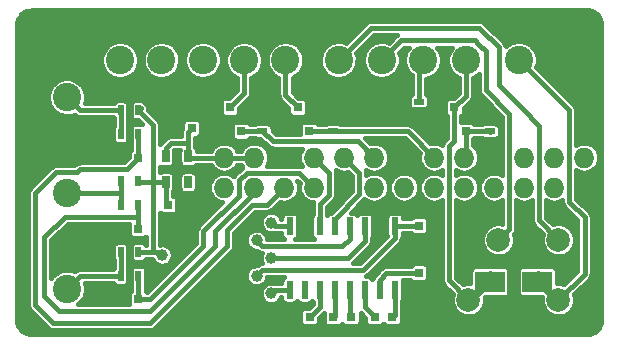
<source format=gbl>
G04 #@! TF.FileFunction,Copper,L2,Bot,Signal*
%FSLAX46Y46*%
G04 Gerber Fmt 4.6, Leading zero omitted, Abs format (unit mm)*
G04 Created by KiCad (PCBNEW 4.0.2+dfsg1-stable) date Thu 06 Oct 2016 17:54:39 BST*
%MOMM*%
G01*
G04 APERTURE LIST*
%ADD10C,0.150000*%
%ADD11O,1.727200X1.727200*%
%ADD12R,0.900000X0.500000*%
%ADD13C,2.400000*%
%ADD14R,0.750000X0.800000*%
%ADD15R,0.800000X0.750000*%
%ADD16R,0.800100X0.800100*%
%ADD17R,0.500000X0.900000*%
%ADD18R,0.600000X1.500000*%
%ADD19R,0.650000X1.060000*%
%ADD20R,2.499360X1.800860*%
%ADD21C,2.000000*%
%ADD22C,1.000000*%
%ADD23C,0.400000*%
%ADD24C,1.000000*%
G04 APERTURE END LIST*
D10*
D11*
X145800000Y-130300000D03*
X145800000Y-127760000D03*
X148340000Y-130300000D03*
X148340000Y-127760000D03*
X150880000Y-130300000D03*
X150880000Y-127760000D03*
X153420000Y-130300000D03*
X153420000Y-127760000D03*
X155960000Y-130300000D03*
X155960000Y-127760000D03*
X158500000Y-130300000D03*
X158500000Y-127760000D03*
X161040000Y-130300000D03*
X161040000Y-127760000D03*
X163580000Y-130300000D03*
X163580000Y-127760000D03*
X166120000Y-130300000D03*
X166120000Y-127760000D03*
X168660000Y-130300000D03*
X168660000Y-127760000D03*
X171200000Y-130300000D03*
X171200000Y-127760000D03*
X173740000Y-130300000D03*
X173740000Y-127760000D03*
X176280000Y-130300000D03*
X176280000Y-127760000D03*
D12*
X162300000Y-123010000D03*
X162300000Y-124510000D03*
D13*
X174250000Y-119500000D03*
X170750000Y-119500000D03*
X132500000Y-135350000D03*
X132500000Y-138850000D03*
X132500000Y-127250000D03*
X132500000Y-130750000D03*
X132500000Y-119150000D03*
X132500000Y-122650000D03*
D14*
X143050000Y-125260000D03*
X143050000Y-123760000D03*
D15*
X141050000Y-131760000D03*
X142550000Y-131760000D03*
X138550000Y-127760000D03*
X137050000Y-127760000D03*
X138550000Y-133760000D03*
X137050000Y-133760000D03*
X138550000Y-139760000D03*
X137050000Y-139760000D03*
D14*
X162300000Y-135010000D03*
X162300000Y-133510000D03*
D15*
X160050000Y-141260000D03*
X158550000Y-141260000D03*
D14*
X162300000Y-139010000D03*
X162300000Y-137510000D03*
D15*
X156550000Y-141260000D03*
X155050000Y-141260000D03*
X151550000Y-141260000D03*
X153050000Y-141260000D03*
D13*
X137000000Y-119500000D03*
X151000000Y-119500000D03*
X140500000Y-119500000D03*
X147500000Y-119500000D03*
X144000000Y-119500000D03*
X166300000Y-119500000D03*
X155500000Y-119500000D03*
X162650000Y-119500000D03*
X159150000Y-119500000D03*
D16*
X153000000Y-125510760D03*
X151100000Y-125510760D03*
X152050000Y-123511780D03*
X147250000Y-125510760D03*
X145350000Y-125510760D03*
X146300000Y-123511780D03*
X166250000Y-125510760D03*
X164350000Y-125510760D03*
X165300000Y-123511780D03*
D17*
X138550000Y-123760000D03*
X137050000Y-123760000D03*
X138550000Y-129760000D03*
X137050000Y-129760000D03*
X138550000Y-135760000D03*
X137050000Y-135760000D03*
X138550000Y-125760000D03*
X137050000Y-125760000D03*
X138550000Y-131760000D03*
X137050000Y-131760000D03*
X138550000Y-137760000D03*
X137050000Y-137760000D03*
D12*
X155050000Y-125510000D03*
X155050000Y-124010000D03*
X149050000Y-125510000D03*
X149050000Y-124010000D03*
X168300000Y-125510000D03*
X168300000Y-124010000D03*
D18*
X160245000Y-138960000D03*
X158975000Y-138960000D03*
X157705000Y-138960000D03*
X156435000Y-138960000D03*
X155165000Y-138960000D03*
X153895000Y-138960000D03*
X152625000Y-138960000D03*
X151355000Y-138960000D03*
X151355000Y-133560000D03*
X152625000Y-133560000D03*
X153895000Y-133560000D03*
X155165000Y-133560000D03*
X156435000Y-133560000D03*
X157705000Y-133560000D03*
X158975000Y-133560000D03*
X160245000Y-133560000D03*
D19*
X140850000Y-127660000D03*
X141800000Y-127660000D03*
X142750000Y-127660000D03*
X142750000Y-129860000D03*
X140850000Y-129860000D03*
D20*
X172298980Y-138260000D03*
X168301020Y-138260000D03*
D21*
X174110000Y-139800000D03*
X174110000Y-134720000D03*
X166490000Y-139800000D03*
X169030000Y-134720000D03*
D22*
X148550000Y-137760000D03*
X140550000Y-136010000D03*
X148550000Y-134760000D03*
X149800000Y-136260000D03*
X149800000Y-133260000D03*
X149800000Y-139260000D03*
D23*
X140850000Y-127660000D02*
X140850000Y-126960000D01*
X141300000Y-126510000D02*
X142750000Y-126510000D01*
X140850000Y-126960000D02*
X141300000Y-126510000D01*
X148340000Y-127760000D02*
X145800000Y-127760000D01*
X143050000Y-125260000D02*
X142750000Y-125560000D01*
X142750000Y-125560000D02*
X142750000Y-126510000D01*
X142750000Y-126510000D02*
X142750000Y-127660000D01*
X142750000Y-127660000D02*
X142850000Y-127760000D01*
X142850000Y-127760000D02*
X145800000Y-127760000D01*
X148550000Y-137760000D02*
X149050000Y-137260000D01*
X157550000Y-137260000D02*
X160245000Y-134565000D01*
X149050000Y-137260000D02*
X157550000Y-137260000D01*
X139800000Y-133760000D02*
X139800000Y-135760000D01*
X160245000Y-133560000D02*
X160245000Y-134565000D01*
X140550000Y-136010000D02*
X140300000Y-135760000D01*
X140300000Y-135760000D02*
X139800000Y-135760000D01*
X139800000Y-135760000D02*
X138550000Y-135760000D01*
X162300000Y-133510000D02*
X160295000Y-133510000D01*
X160295000Y-133510000D02*
X160245000Y-133560000D01*
X138550000Y-123760000D02*
X138750000Y-123560000D01*
X141050000Y-131760000D02*
X140850000Y-131560000D01*
X140850000Y-131560000D02*
X140850000Y-129860000D01*
X139800000Y-133760000D02*
X139800000Y-129860000D01*
X138550000Y-123760000D02*
X139800000Y-125010000D01*
X138550000Y-129760000D02*
X138650000Y-129860000D01*
X138650000Y-129860000D02*
X139800000Y-129860000D01*
X139800000Y-129860000D02*
X140850000Y-129860000D01*
X139800000Y-125010000D02*
X139800000Y-129860000D01*
X174110000Y-139800000D02*
X173838980Y-139800000D01*
X173838980Y-139800000D02*
X172298980Y-138260000D01*
X174110000Y-139800000D02*
X176320000Y-137590000D01*
X175010000Y-123760000D02*
X170750000Y-119500000D01*
X175010000Y-131480000D02*
X175010000Y-123760000D01*
X176320000Y-132790000D02*
X175010000Y-131480000D01*
X176320000Y-137590000D02*
X176320000Y-132790000D01*
X174110000Y-139800000D02*
X174110000Y-139281020D01*
X172348980Y-137500000D02*
X172348980Y-138038980D01*
X137050000Y-123760000D02*
X137050000Y-125760000D01*
X132500000Y-122650000D02*
X133610000Y-123760000D01*
X133610000Y-123760000D02*
X137050000Y-123760000D01*
X132500000Y-130750000D02*
X132510000Y-130760000D01*
X132510000Y-130760000D02*
X137050000Y-130760000D01*
X137050000Y-131760000D02*
X137050000Y-130760000D01*
X137050000Y-130760000D02*
X137050000Y-129760000D01*
X132500000Y-138850000D02*
X133590000Y-137760000D01*
X133590000Y-137760000D02*
X137050000Y-137760000D01*
X137050000Y-135760000D02*
X137050000Y-137760000D01*
X146300000Y-123511780D02*
X147500000Y-122311780D01*
X147500000Y-122311780D02*
X147500000Y-119500000D01*
X152050000Y-123511780D02*
X151000000Y-122461780D01*
X151000000Y-122461780D02*
X151000000Y-119500000D01*
X160245000Y-138960000D02*
X160245000Y-141065000D01*
X160245000Y-141065000D02*
X160050000Y-141260000D01*
X157705000Y-138960000D02*
X157705000Y-140415000D01*
X157705000Y-140415000D02*
X158550000Y-141260000D01*
X162300000Y-137510000D02*
X159550000Y-137510000D01*
X158975000Y-138085000D02*
X158975000Y-138960000D01*
X159550000Y-137510000D02*
X158975000Y-138085000D01*
X156435000Y-138960000D02*
X156435000Y-141145000D01*
X156435000Y-141145000D02*
X156550000Y-141260000D01*
X155165000Y-138960000D02*
X155165000Y-141145000D01*
X155165000Y-141145000D02*
X155050000Y-141260000D01*
X153895000Y-138960000D02*
X153895000Y-140415000D01*
X153895000Y-140415000D02*
X153050000Y-141260000D01*
X153895000Y-133560000D02*
X153895000Y-131695000D01*
X154690000Y-129030000D02*
X153420000Y-127760000D01*
X154690000Y-130900000D02*
X154690000Y-129030000D01*
X153895000Y-131695000D02*
X154690000Y-130900000D01*
X155165000Y-133560000D02*
X155165000Y-132915000D01*
X155165000Y-132915000D02*
X157230000Y-130850000D01*
X157230000Y-130850000D02*
X157230000Y-129030000D01*
X157230000Y-129030000D02*
X155960000Y-127760000D01*
X148550000Y-134760000D02*
X149050000Y-135260000D01*
X149050000Y-135260000D02*
X155800000Y-135260000D01*
X155800000Y-135260000D02*
X156435000Y-134625000D01*
X156435000Y-134625000D02*
X156435000Y-133560000D01*
X156435000Y-133560000D02*
X156435000Y-134625000D01*
X157705000Y-133560000D02*
X157705000Y-134855000D01*
X156300000Y-136260000D02*
X149800000Y-136260000D01*
X157705000Y-134855000D02*
X156300000Y-136260000D01*
X138300000Y-141760000D02*
X139550000Y-141760000D01*
X146050000Y-135260000D02*
X146050000Y-135010000D01*
X139550000Y-141760000D02*
X146050000Y-135260000D01*
X146050000Y-135010000D02*
X146050000Y-133858530D01*
X150880000Y-130300000D02*
X149420000Y-131760000D01*
X149420000Y-131760000D02*
X148300000Y-131760000D01*
X148300000Y-131760000D02*
X148148530Y-131760000D01*
X148148530Y-131760000D02*
X146050000Y-133858530D01*
X138300000Y-141760000D02*
X131300000Y-141760000D01*
X129800000Y-140260000D02*
X131300000Y-141760000D01*
X137550000Y-128760000D02*
X133600000Y-128760000D01*
X138550000Y-127760000D02*
X137550000Y-128760000D01*
X133375000Y-128985000D02*
X133600000Y-128760000D01*
X129800000Y-130760000D02*
X131575000Y-128985000D01*
X131575000Y-128985000D02*
X133375000Y-128985000D01*
X129800000Y-130760000D02*
X129800000Y-139760000D01*
X129800000Y-139760000D02*
X129800000Y-140260000D01*
X150880000Y-130300000D02*
X150880000Y-130540000D01*
X138550000Y-125760000D02*
X138550000Y-127760000D01*
X150760000Y-130300000D02*
X150880000Y-130300000D01*
X145050000Y-134760000D02*
X145050000Y-135260000D01*
X145050000Y-135260000D02*
X139550000Y-140760000D01*
X139050000Y-140760000D02*
X139550000Y-140760000D01*
X132300000Y-132760000D02*
X130550000Y-134510000D01*
X130550000Y-134510000D02*
X130550000Y-139510000D01*
X130550000Y-139510000D02*
X131550000Y-140510000D01*
X131550000Y-140510000D02*
X131800000Y-140760000D01*
X131800000Y-140760000D02*
X139050000Y-140760000D01*
X138550000Y-132760000D02*
X132300000Y-132760000D01*
X145050000Y-134760000D02*
X145050000Y-134510000D01*
X145050000Y-134510000D02*
X145050000Y-134010000D01*
X145050000Y-134010000D02*
X148340000Y-130720000D01*
X148340000Y-130720000D02*
X148340000Y-130300000D01*
X138550000Y-131760000D02*
X138550000Y-132760000D01*
X138550000Y-132760000D02*
X138550000Y-133760000D01*
X148340000Y-130300000D02*
X148340000Y-130720000D01*
X138550000Y-139760000D02*
X139550000Y-139760000D01*
X144050000Y-135260000D02*
X144050000Y-134010000D01*
X139550000Y-139760000D02*
X144050000Y-135260000D01*
X147070000Y-130010000D02*
X147070000Y-130990000D01*
X152150000Y-129030000D02*
X150620000Y-129030000D01*
X153420000Y-130300000D02*
X152150000Y-129030000D01*
X147720000Y-129030000D02*
X147070000Y-129680000D01*
X147070000Y-129680000D02*
X147070000Y-130010000D01*
X150620000Y-129030000D02*
X147720000Y-129030000D01*
X147070000Y-130990000D02*
X144050000Y-134010000D01*
X138550000Y-139510000D02*
X138550000Y-139760000D01*
X138550000Y-137510000D02*
X138550000Y-137760000D01*
X138550000Y-137760000D02*
X138550000Y-139760000D01*
X151355000Y-133560000D02*
X150100000Y-133560000D01*
X150100000Y-133560000D02*
X149800000Y-133260000D01*
X151355000Y-133560000D02*
X151360000Y-133555000D01*
X149050000Y-125510000D02*
X147250760Y-125510000D01*
X147250760Y-125510000D02*
X147250000Y-125510760D01*
X147050760Y-125460000D02*
X147100760Y-125510000D01*
X149050000Y-125510000D02*
X149930000Y-126390000D01*
X157130000Y-126390000D02*
X158500000Y-127760000D01*
X149930000Y-126390000D02*
X157130000Y-126390000D01*
X155050000Y-125510000D02*
X155049240Y-125510760D01*
X155049240Y-125510760D02*
X153000000Y-125510760D01*
X153100760Y-125510000D02*
X153050760Y-125460000D01*
X155050000Y-125510000D02*
X161330000Y-125510000D01*
X161330000Y-125510000D02*
X163580000Y-127760000D01*
X155000000Y-125460000D02*
X155050000Y-125510000D01*
X163540000Y-127730000D02*
X163350000Y-127540000D01*
X166120000Y-127760000D02*
X166250000Y-127630000D01*
X166250000Y-127630000D02*
X166250000Y-125510760D01*
X168300000Y-125510000D02*
X166250760Y-125510000D01*
X166250760Y-125510000D02*
X166250000Y-125510760D01*
X166350760Y-125510000D02*
X166300760Y-125460000D01*
X166300760Y-127579240D02*
X166120000Y-127760000D01*
X168300000Y-125510000D02*
X168300000Y-125580000D01*
X166150000Y-127660000D02*
X166080000Y-127730000D01*
X151355000Y-138960000D02*
X150100000Y-138960000D01*
X150100000Y-138960000D02*
X149800000Y-139260000D01*
X162300000Y-123010000D02*
X162300000Y-119850000D01*
X162300000Y-119850000D02*
X162650000Y-119500000D01*
D24*
X162300000Y-119850000D02*
X162650000Y-119500000D01*
D23*
X162300000Y-119850000D02*
X162650000Y-119500000D01*
X170985000Y-123575000D02*
X169050000Y-121640000D01*
X169050000Y-118410000D02*
X167390000Y-116750000D01*
X169050000Y-121640000D02*
X169050000Y-118410000D01*
X167390000Y-116750000D02*
X158250000Y-116750000D01*
X158250000Y-116750000D02*
X155500000Y-119500000D01*
X170985000Y-123575000D02*
X172470000Y-125060000D01*
X174110000Y-134720000D02*
X172470000Y-133080000D01*
X172470000Y-133080000D02*
X172470000Y-125060000D01*
X167395000Y-118215000D02*
X167950000Y-118770000D01*
X167950000Y-122060000D02*
X169930000Y-124040000D01*
X167950000Y-118770000D02*
X167950000Y-122060000D01*
X169030000Y-134720000D02*
X169930000Y-133820000D01*
X169930000Y-133820000D02*
X169930000Y-124040000D01*
X167395000Y-118215000D02*
X167020000Y-117840000D01*
X167020000Y-117840000D02*
X160810000Y-117840000D01*
X160810000Y-117840000D02*
X159150000Y-119500000D01*
X164850000Y-132260000D02*
X164850000Y-138160000D01*
X164850000Y-138160000D02*
X166490000Y-139800000D01*
X166490000Y-139800000D02*
X166761020Y-139800000D01*
X166761020Y-139800000D02*
X168301020Y-138260000D01*
X165300000Y-123511780D02*
X165300000Y-126320000D01*
X164850000Y-126770000D02*
X164850000Y-132260000D01*
X165300000Y-126320000D02*
X164850000Y-126770000D01*
X166490000Y-139800000D02*
X166490000Y-139361020D01*
X168351020Y-137500000D02*
X168351020Y-137938980D01*
X166300000Y-119500000D02*
X166300000Y-122511780D01*
X166300000Y-122511780D02*
X165300000Y-123511780D01*
X166300760Y-119500760D02*
X166300000Y-119500000D01*
G36*
X176737682Y-115299624D02*
X176966307Y-115368650D01*
X177177176Y-115480771D01*
X177362249Y-115631714D01*
X177514478Y-115815728D01*
X177628066Y-116025802D01*
X177698688Y-116253945D01*
X177725000Y-116504296D01*
X177725000Y-141486546D01*
X177700376Y-141737682D01*
X177631349Y-141966311D01*
X177519229Y-142177175D01*
X177368286Y-142362250D01*
X177184275Y-142514477D01*
X176974194Y-142628068D01*
X176746055Y-142698688D01*
X176495704Y-142725000D01*
X129513454Y-142725000D01*
X129262318Y-142700376D01*
X129033689Y-142631349D01*
X128822825Y-142519229D01*
X128637750Y-142368286D01*
X128485523Y-142184275D01*
X128371932Y-141974194D01*
X128301312Y-141746055D01*
X128275000Y-141495704D01*
X128275000Y-130760000D01*
X129200000Y-130760000D01*
X129200000Y-140260000D01*
X129205409Y-140315170D01*
X129210239Y-140370371D01*
X129211119Y-140373400D01*
X129211427Y-140376541D01*
X129227458Y-140429638D01*
X129242909Y-140482821D01*
X129244359Y-140485619D01*
X129245272Y-140488642D01*
X129271289Y-140537573D01*
X129296797Y-140586784D01*
X129298767Y-140589252D01*
X129300247Y-140592035D01*
X129335248Y-140634950D01*
X129369854Y-140678300D01*
X129374184Y-140682691D01*
X129374258Y-140682781D01*
X129374342Y-140682850D01*
X129375736Y-140684264D01*
X130875736Y-142184264D01*
X130918559Y-142219439D01*
X130961020Y-142255068D01*
X130963784Y-142256587D01*
X130966223Y-142258591D01*
X131015101Y-142284799D01*
X131063635Y-142311481D01*
X131066640Y-142312434D01*
X131069422Y-142313926D01*
X131122440Y-142330135D01*
X131175253Y-142346889D01*
X131178388Y-142347241D01*
X131181405Y-142348163D01*
X131236504Y-142353759D01*
X131291623Y-142359942D01*
X131297795Y-142359985D01*
X131297906Y-142359996D01*
X131298009Y-142359986D01*
X131300000Y-142360000D01*
X139550000Y-142360000D01*
X139605170Y-142354591D01*
X139660371Y-142349761D01*
X139663400Y-142348881D01*
X139666541Y-142348573D01*
X139719638Y-142332542D01*
X139772821Y-142317091D01*
X139775619Y-142315641D01*
X139778642Y-142314728D01*
X139827573Y-142288711D01*
X139876784Y-142263203D01*
X139879252Y-142261233D01*
X139882035Y-142259753D01*
X139924950Y-142224752D01*
X139968300Y-142190146D01*
X139972691Y-142185816D01*
X139972781Y-142185742D01*
X139972850Y-142185658D01*
X139974264Y-142184264D01*
X146474264Y-135684264D01*
X146509439Y-135641441D01*
X146545068Y-135598980D01*
X146546587Y-135596216D01*
X146548591Y-135593777D01*
X146574799Y-135544899D01*
X146601481Y-135496365D01*
X146602434Y-135493360D01*
X146603926Y-135490578D01*
X146620135Y-135437560D01*
X146636889Y-135384747D01*
X146637241Y-135381612D01*
X146638163Y-135378595D01*
X146643759Y-135323496D01*
X146649942Y-135268377D01*
X146649985Y-135262205D01*
X146649996Y-135262094D01*
X146649986Y-135261991D01*
X146650000Y-135260000D01*
X146650000Y-134107058D01*
X148397058Y-132360000D01*
X149420000Y-132360000D01*
X149475170Y-132354591D01*
X149530371Y-132349761D01*
X149533400Y-132348881D01*
X149536541Y-132348573D01*
X149589638Y-132332542D01*
X149642821Y-132317091D01*
X149645619Y-132315641D01*
X149648642Y-132314728D01*
X149697573Y-132288711D01*
X149746784Y-132263203D01*
X149749252Y-132261233D01*
X149752035Y-132259753D01*
X149794950Y-132224752D01*
X149838300Y-132190146D01*
X149842691Y-132185816D01*
X149842781Y-132185742D01*
X149842850Y-132185658D01*
X149844264Y-132184264D01*
X150521110Y-131507418D01*
X150611169Y-131535987D01*
X150856243Y-131563477D01*
X150873886Y-131563600D01*
X150886114Y-131563600D01*
X151131549Y-131539535D01*
X151367635Y-131468256D01*
X151585380Y-131352479D01*
X151776490Y-131196614D01*
X151933686Y-131006596D01*
X152050980Y-130789665D01*
X152123905Y-130554082D01*
X152149683Y-130308822D01*
X152127332Y-130063225D01*
X152057704Y-129826647D01*
X152013429Y-129741957D01*
X152209494Y-129938022D01*
X152176095Y-130045918D01*
X152150317Y-130291178D01*
X152172668Y-130536775D01*
X152242296Y-130773353D01*
X152356551Y-130991901D01*
X152511078Y-131184095D01*
X152699994Y-131342613D01*
X152916101Y-131461419D01*
X153151169Y-131535987D01*
X153313215Y-131554164D01*
X153308111Y-131570253D01*
X153307759Y-131573388D01*
X153306837Y-131576405D01*
X153301241Y-131631504D01*
X153295058Y-131686623D01*
X153295015Y-131692795D01*
X153295004Y-131692906D01*
X153295014Y-131693009D01*
X153295000Y-131695000D01*
X153295000Y-132548518D01*
X153255457Y-132594914D01*
X153208978Y-132698024D01*
X153193065Y-132810000D01*
X153193065Y-134310000D01*
X153198145Y-134373698D01*
X153231602Y-134481738D01*
X153293835Y-134576179D01*
X153379914Y-134649543D01*
X153403112Y-134660000D01*
X151847070Y-134660000D01*
X151921179Y-134611165D01*
X151994543Y-134525086D01*
X152041022Y-134421976D01*
X152056935Y-134310000D01*
X152056935Y-132810000D01*
X152051855Y-132746302D01*
X152018398Y-132638262D01*
X151956165Y-132543821D01*
X151870086Y-132470457D01*
X151766976Y-132423978D01*
X151655000Y-132408065D01*
X151055000Y-132408065D01*
X150991302Y-132413145D01*
X150883262Y-132446602D01*
X150788821Y-132508835D01*
X150715457Y-132594914D01*
X150668978Y-132698024D01*
X150653065Y-132810000D01*
X150653065Y-132960000D01*
X150649842Y-132960000D01*
X150598498Y-132835431D01*
X150500825Y-132688421D01*
X150376458Y-132563182D01*
X150230133Y-132464485D01*
X150067425Y-132396089D01*
X149894531Y-132360599D01*
X149718036Y-132359367D01*
X149544663Y-132392440D01*
X149381016Y-132458557D01*
X149233328Y-132555202D01*
X149107224Y-132678692D01*
X149007508Y-132824324D01*
X148937977Y-132986550D01*
X148901281Y-133159193D01*
X148898817Y-133335674D01*
X148930678Y-133509274D01*
X148995652Y-133673379D01*
X149091263Y-133821738D01*
X149213870Y-133948701D01*
X149358802Y-134049431D01*
X149520539Y-134120093D01*
X149692921Y-134157993D01*
X149869381Y-134161690D01*
X149967418Y-134144403D01*
X149975253Y-134146889D01*
X149978388Y-134147241D01*
X149981405Y-134148163D01*
X150036504Y-134153759D01*
X150091623Y-134159942D01*
X150097795Y-134159985D01*
X150097906Y-134159996D01*
X150098009Y-134159986D01*
X150100000Y-134160000D01*
X150653065Y-134160000D01*
X150653065Y-134310000D01*
X150658145Y-134373698D01*
X150691602Y-134481738D01*
X150753835Y-134576179D01*
X150839914Y-134649543D01*
X150863112Y-134660000D01*
X149447712Y-134660000D01*
X149415757Y-134498613D01*
X149348498Y-134335431D01*
X149250825Y-134188421D01*
X149126458Y-134063182D01*
X148980133Y-133964485D01*
X148817425Y-133896089D01*
X148644531Y-133860599D01*
X148468036Y-133859367D01*
X148294663Y-133892440D01*
X148131016Y-133958557D01*
X147983328Y-134055202D01*
X147857224Y-134178692D01*
X147757508Y-134324324D01*
X147687977Y-134486550D01*
X147651281Y-134659193D01*
X147648817Y-134835674D01*
X147680678Y-135009274D01*
X147745652Y-135173379D01*
X147841263Y-135321738D01*
X147963870Y-135448701D01*
X148108802Y-135549431D01*
X148270539Y-135620093D01*
X148442921Y-135657993D01*
X148602815Y-135661343D01*
X148625736Y-135684264D01*
X148668559Y-135719439D01*
X148711020Y-135755068D01*
X148713784Y-135756587D01*
X148716223Y-135758591D01*
X148765082Y-135784789D01*
X148813635Y-135811481D01*
X148816642Y-135812435D01*
X148819423Y-135813926D01*
X148872413Y-135830127D01*
X148925253Y-135846889D01*
X148928390Y-135847241D01*
X148931406Y-135848163D01*
X148986543Y-135853764D01*
X148994507Y-135854657D01*
X148937977Y-135986550D01*
X148901281Y-136159193D01*
X148898817Y-136335674D01*
X148930678Y-136509274D01*
X148992575Y-136665606D01*
X148939629Y-136670239D01*
X148936600Y-136671119D01*
X148933459Y-136671427D01*
X148880362Y-136687458D01*
X148827179Y-136702909D01*
X148824381Y-136704359D01*
X148821358Y-136705272D01*
X148772427Y-136731289D01*
X148723216Y-136756797D01*
X148720748Y-136758767D01*
X148717965Y-136760247D01*
X148675056Y-136795243D01*
X148631701Y-136829853D01*
X148627309Y-136834184D01*
X148627219Y-136834258D01*
X148627150Y-136834342D01*
X148625736Y-136835736D01*
X148601176Y-136860296D01*
X148468036Y-136859367D01*
X148294663Y-136892440D01*
X148131016Y-136958557D01*
X147983328Y-137055202D01*
X147857224Y-137178692D01*
X147757508Y-137324324D01*
X147687977Y-137486550D01*
X147651281Y-137659193D01*
X147648817Y-137835674D01*
X147680678Y-138009274D01*
X147745652Y-138173379D01*
X147841263Y-138321738D01*
X147963870Y-138448701D01*
X148108802Y-138549431D01*
X148270539Y-138620093D01*
X148442921Y-138657993D01*
X148619381Y-138661690D01*
X148793199Y-138631041D01*
X148957753Y-138567214D01*
X149106777Y-138472641D01*
X149234592Y-138350924D01*
X149336332Y-138206699D01*
X149408121Y-138045459D01*
X149447224Y-137873346D01*
X149447410Y-137860000D01*
X150862930Y-137860000D01*
X150788821Y-137908835D01*
X150715457Y-137994914D01*
X150668978Y-138098024D01*
X150653065Y-138210000D01*
X150653065Y-138360000D01*
X150100000Y-138360000D01*
X150044830Y-138365409D01*
X149989629Y-138370239D01*
X149986600Y-138371119D01*
X149983459Y-138371427D01*
X149968817Y-138375848D01*
X149894531Y-138360599D01*
X149718036Y-138359367D01*
X149544663Y-138392440D01*
X149381016Y-138458557D01*
X149233328Y-138555202D01*
X149107224Y-138678692D01*
X149007508Y-138824324D01*
X148937977Y-138986550D01*
X148901281Y-139159193D01*
X148898817Y-139335674D01*
X148930678Y-139509274D01*
X148995652Y-139673379D01*
X149091263Y-139821738D01*
X149213870Y-139948701D01*
X149358802Y-140049431D01*
X149520539Y-140120093D01*
X149692921Y-140157993D01*
X149869381Y-140161690D01*
X150043199Y-140131041D01*
X150207753Y-140067214D01*
X150356777Y-139972641D01*
X150484592Y-139850924D01*
X150586332Y-139706699D01*
X150651647Y-139560000D01*
X150653065Y-139560000D01*
X150653065Y-139710000D01*
X150658145Y-139773698D01*
X150691602Y-139881738D01*
X150753835Y-139976179D01*
X150839914Y-140049543D01*
X150943024Y-140096022D01*
X151055000Y-140111935D01*
X151655000Y-140111935D01*
X151718698Y-140106855D01*
X151826738Y-140073398D01*
X151921179Y-140011165D01*
X151992075Y-139927982D01*
X152023835Y-139976179D01*
X152109914Y-140049543D01*
X152213024Y-140096022D01*
X152325000Y-140111935D01*
X152925000Y-140111935D01*
X152988698Y-140106855D01*
X153096738Y-140073398D01*
X153191179Y-140011165D01*
X153262075Y-139927982D01*
X153293835Y-139976179D01*
X153295000Y-139977172D01*
X153295000Y-140166472D01*
X152978407Y-140483065D01*
X152650000Y-140483065D01*
X152586302Y-140488145D01*
X152478262Y-140521602D01*
X152383821Y-140583835D01*
X152310457Y-140669914D01*
X152263978Y-140773024D01*
X152248065Y-140885000D01*
X152248065Y-141635000D01*
X152253145Y-141698698D01*
X152286602Y-141806738D01*
X152348835Y-141901179D01*
X152434914Y-141974543D01*
X152538024Y-142021022D01*
X152650000Y-142036935D01*
X153450000Y-142036935D01*
X153513698Y-142031855D01*
X153621738Y-141998398D01*
X153716179Y-141936165D01*
X153789543Y-141850086D01*
X153836022Y-141746976D01*
X153851935Y-141635000D01*
X153851935Y-141306593D01*
X154248065Y-140910463D01*
X154248065Y-141635000D01*
X154253145Y-141698698D01*
X154286602Y-141806738D01*
X154348835Y-141901179D01*
X154434914Y-141974543D01*
X154538024Y-142021022D01*
X154650000Y-142036935D01*
X155450000Y-142036935D01*
X155513698Y-142031855D01*
X155621738Y-141998398D01*
X155716179Y-141936165D01*
X155789543Y-141850086D01*
X155799951Y-141826996D01*
X155848835Y-141901179D01*
X155934914Y-141974543D01*
X156038024Y-142021022D01*
X156150000Y-142036935D01*
X156950000Y-142036935D01*
X157013698Y-142031855D01*
X157121738Y-141998398D01*
X157216179Y-141936165D01*
X157289543Y-141850086D01*
X157336022Y-141746976D01*
X157351935Y-141635000D01*
X157351935Y-140910463D01*
X157748065Y-141306593D01*
X157748065Y-141635000D01*
X157753145Y-141698698D01*
X157786602Y-141806738D01*
X157848835Y-141901179D01*
X157934914Y-141974543D01*
X158038024Y-142021022D01*
X158150000Y-142036935D01*
X158950000Y-142036935D01*
X159013698Y-142031855D01*
X159121738Y-141998398D01*
X159216179Y-141936165D01*
X159289543Y-141850086D01*
X159299951Y-141826996D01*
X159348835Y-141901179D01*
X159434914Y-141974543D01*
X159538024Y-142021022D01*
X159650000Y-142036935D01*
X160450000Y-142036935D01*
X160513698Y-142031855D01*
X160621738Y-141998398D01*
X160716179Y-141936165D01*
X160789543Y-141850086D01*
X160836022Y-141746976D01*
X160851935Y-141635000D01*
X160851935Y-140885000D01*
X160846855Y-140821302D01*
X160845000Y-140815312D01*
X160845000Y-139971482D01*
X160884543Y-139925086D01*
X160931022Y-139821976D01*
X160946935Y-139710000D01*
X160946935Y-138210000D01*
X160941855Y-138146302D01*
X160930613Y-138110000D01*
X161580226Y-138110000D01*
X161623835Y-138176179D01*
X161709914Y-138249543D01*
X161813024Y-138296022D01*
X161925000Y-138311935D01*
X162675000Y-138311935D01*
X162738698Y-138306855D01*
X162846738Y-138273398D01*
X162941179Y-138211165D01*
X163014543Y-138125086D01*
X163061022Y-138021976D01*
X163076935Y-137910000D01*
X163076935Y-137110000D01*
X163071855Y-137046302D01*
X163038398Y-136938262D01*
X162976165Y-136843821D01*
X162890086Y-136770457D01*
X162786976Y-136723978D01*
X162675000Y-136708065D01*
X161925000Y-136708065D01*
X161861302Y-136713145D01*
X161753262Y-136746602D01*
X161658821Y-136808835D01*
X161585457Y-136894914D01*
X161578657Y-136910000D01*
X159550000Y-136910000D01*
X159494875Y-136915405D01*
X159439629Y-136920239D01*
X159436600Y-136921119D01*
X159433459Y-136921427D01*
X159380362Y-136937458D01*
X159327179Y-136952909D01*
X159324381Y-136954359D01*
X159321358Y-136955272D01*
X159272427Y-136981289D01*
X159223216Y-137006797D01*
X159220748Y-137008767D01*
X159217965Y-137010247D01*
X159175056Y-137045243D01*
X159131701Y-137079853D01*
X159127309Y-137084184D01*
X159127219Y-137084258D01*
X159127150Y-137084342D01*
X159125736Y-137085736D01*
X158550736Y-137660736D01*
X158515561Y-137703559D01*
X158479932Y-137746020D01*
X158478413Y-137748784D01*
X158476409Y-137751223D01*
X158450201Y-137800101D01*
X158423519Y-137848635D01*
X158422566Y-137851640D01*
X158421074Y-137854422D01*
X158404865Y-137907440D01*
X158401814Y-137917056D01*
X158337925Y-137992018D01*
X158306165Y-137943821D01*
X158220086Y-137870457D01*
X158116976Y-137823978D01*
X158005000Y-137808065D01*
X157791173Y-137808065D01*
X157827573Y-137788711D01*
X157876784Y-137763203D01*
X157879252Y-137761233D01*
X157882035Y-137759753D01*
X157924950Y-137724752D01*
X157968300Y-137690146D01*
X157972691Y-137685816D01*
X157972781Y-137685742D01*
X157972850Y-137685658D01*
X157974264Y-137684264D01*
X160669264Y-134989264D01*
X160704439Y-134946441D01*
X160740068Y-134903980D01*
X160741587Y-134901216D01*
X160743591Y-134898777D01*
X160769808Y-134849883D01*
X160796481Y-134801365D01*
X160797434Y-134798362D01*
X160798927Y-134795577D01*
X160815141Y-134742541D01*
X160831889Y-134689747D01*
X160832241Y-134686610D01*
X160833163Y-134683594D01*
X160838763Y-134628461D01*
X160844942Y-134573377D01*
X160844955Y-134571535D01*
X160884543Y-134525086D01*
X160931022Y-134421976D01*
X160946935Y-134310000D01*
X160946935Y-134110000D01*
X161580226Y-134110000D01*
X161623835Y-134176179D01*
X161709914Y-134249543D01*
X161813024Y-134296022D01*
X161925000Y-134311935D01*
X162675000Y-134311935D01*
X162738698Y-134306855D01*
X162846738Y-134273398D01*
X162941179Y-134211165D01*
X163014543Y-134125086D01*
X163061022Y-134021976D01*
X163076935Y-133910000D01*
X163076935Y-133110000D01*
X163071855Y-133046302D01*
X163038398Y-132938262D01*
X162976165Y-132843821D01*
X162890086Y-132770457D01*
X162786976Y-132723978D01*
X162675000Y-132708065D01*
X161925000Y-132708065D01*
X161861302Y-132713145D01*
X161753262Y-132746602D01*
X161658821Y-132808835D01*
X161585457Y-132894914D01*
X161578657Y-132910000D01*
X160946935Y-132910000D01*
X160946935Y-132810000D01*
X160941855Y-132746302D01*
X160908398Y-132638262D01*
X160846165Y-132543821D01*
X160760086Y-132470457D01*
X160656976Y-132423978D01*
X160545000Y-132408065D01*
X159945000Y-132408065D01*
X159881302Y-132413145D01*
X159773262Y-132446602D01*
X159678821Y-132508835D01*
X159605457Y-132594914D01*
X159558978Y-132698024D01*
X159543065Y-132810000D01*
X159543065Y-134310000D01*
X159548145Y-134373698D01*
X159557515Y-134403957D01*
X157301472Y-136660000D01*
X156748528Y-136660000D01*
X158129264Y-135279264D01*
X158164439Y-135236441D01*
X158200068Y-135193980D01*
X158201587Y-135191216D01*
X158203591Y-135188777D01*
X158229799Y-135139899D01*
X158256481Y-135091365D01*
X158257434Y-135088360D01*
X158258926Y-135085578D01*
X158275135Y-135032560D01*
X158291889Y-134979747D01*
X158292241Y-134976612D01*
X158293163Y-134973595D01*
X158298759Y-134918496D01*
X158304942Y-134863377D01*
X158304985Y-134857205D01*
X158304996Y-134857094D01*
X158304986Y-134856991D01*
X158305000Y-134855000D01*
X158305000Y-134571482D01*
X158344543Y-134525086D01*
X158391022Y-134421976D01*
X158406935Y-134310000D01*
X158406935Y-132810000D01*
X158401855Y-132746302D01*
X158368398Y-132638262D01*
X158306165Y-132543821D01*
X158220086Y-132470457D01*
X158116976Y-132423978D01*
X158005000Y-132408065D01*
X157405000Y-132408065D01*
X157341302Y-132413145D01*
X157233262Y-132446602D01*
X157138821Y-132508835D01*
X157067925Y-132592018D01*
X157036165Y-132543821D01*
X156950086Y-132470457D01*
X156846976Y-132423978D01*
X156735000Y-132408065D01*
X156520463Y-132408065D01*
X157654264Y-131274264D01*
X157672329Y-131252272D01*
X157779994Y-131342613D01*
X157996101Y-131461419D01*
X158231169Y-131535987D01*
X158476243Y-131563477D01*
X158493886Y-131563600D01*
X158506114Y-131563600D01*
X158751549Y-131539535D01*
X158987635Y-131468256D01*
X159205380Y-131352479D01*
X159396490Y-131196614D01*
X159553686Y-131006596D01*
X159670980Y-130789665D01*
X159743905Y-130554082D01*
X159769683Y-130308822D01*
X159768078Y-130291178D01*
X159770317Y-130291178D01*
X159792668Y-130536775D01*
X159862296Y-130773353D01*
X159976551Y-130991901D01*
X160131078Y-131184095D01*
X160319994Y-131342613D01*
X160536101Y-131461419D01*
X160771169Y-131535987D01*
X161016243Y-131563477D01*
X161033886Y-131563600D01*
X161046114Y-131563600D01*
X161291549Y-131539535D01*
X161527635Y-131468256D01*
X161745380Y-131352479D01*
X161936490Y-131196614D01*
X162093686Y-131006596D01*
X162210980Y-130789665D01*
X162283905Y-130554082D01*
X162309683Y-130308822D01*
X162287332Y-130063225D01*
X162217704Y-129826647D01*
X162103449Y-129608099D01*
X161948922Y-129415905D01*
X161760006Y-129257387D01*
X161543899Y-129138581D01*
X161308831Y-129064013D01*
X161063757Y-129036523D01*
X161046114Y-129036400D01*
X161033886Y-129036400D01*
X160788451Y-129060465D01*
X160552365Y-129131744D01*
X160334620Y-129247521D01*
X160143510Y-129403386D01*
X159986314Y-129593404D01*
X159869020Y-129810335D01*
X159796095Y-130045918D01*
X159770317Y-130291178D01*
X159768078Y-130291178D01*
X159747332Y-130063225D01*
X159677704Y-129826647D01*
X159563449Y-129608099D01*
X159408922Y-129415905D01*
X159220006Y-129257387D01*
X159003899Y-129138581D01*
X158768831Y-129064013D01*
X158523757Y-129036523D01*
X158506114Y-129036400D01*
X158493886Y-129036400D01*
X158248451Y-129060465D01*
X158012365Y-129131744D01*
X157830000Y-129228709D01*
X157830000Y-129030000D01*
X157824591Y-128974830D01*
X157819761Y-128919629D01*
X157818881Y-128916600D01*
X157818573Y-128913459D01*
X157802542Y-128860362D01*
X157787091Y-128807179D01*
X157786609Y-128806250D01*
X157996101Y-128921419D01*
X158231169Y-128995987D01*
X158476243Y-129023477D01*
X158493886Y-129023600D01*
X158506114Y-129023600D01*
X158751549Y-128999535D01*
X158987635Y-128928256D01*
X159205380Y-128812479D01*
X159396490Y-128656614D01*
X159553686Y-128466596D01*
X159670980Y-128249665D01*
X159743905Y-128014082D01*
X159769683Y-127768822D01*
X159747332Y-127523225D01*
X159677704Y-127286647D01*
X159563449Y-127068099D01*
X159408922Y-126875905D01*
X159220006Y-126717387D01*
X159003899Y-126598581D01*
X158768831Y-126524013D01*
X158523757Y-126496523D01*
X158506114Y-126496400D01*
X158493886Y-126496400D01*
X158248451Y-126520465D01*
X158141334Y-126552806D01*
X157698528Y-126110000D01*
X161081472Y-126110000D01*
X162369494Y-127398022D01*
X162336095Y-127505918D01*
X162310317Y-127751178D01*
X162332668Y-127996775D01*
X162402296Y-128233353D01*
X162516551Y-128451901D01*
X162671078Y-128644095D01*
X162859994Y-128802613D01*
X163076101Y-128921419D01*
X163311169Y-128995987D01*
X163556243Y-129023477D01*
X163573886Y-129023600D01*
X163586114Y-129023600D01*
X163831549Y-128999535D01*
X164067635Y-128928256D01*
X164250000Y-128831291D01*
X164250000Y-129229896D01*
X164083899Y-129138581D01*
X163848831Y-129064013D01*
X163603757Y-129036523D01*
X163586114Y-129036400D01*
X163573886Y-129036400D01*
X163328451Y-129060465D01*
X163092365Y-129131744D01*
X162874620Y-129247521D01*
X162683510Y-129403386D01*
X162526314Y-129593404D01*
X162409020Y-129810335D01*
X162336095Y-130045918D01*
X162310317Y-130291178D01*
X162332668Y-130536775D01*
X162402296Y-130773353D01*
X162516551Y-130991901D01*
X162671078Y-131184095D01*
X162859994Y-131342613D01*
X163076101Y-131461419D01*
X163311169Y-131535987D01*
X163556243Y-131563477D01*
X163573886Y-131563600D01*
X163586114Y-131563600D01*
X163831549Y-131539535D01*
X164067635Y-131468256D01*
X164250000Y-131371291D01*
X164250000Y-138160000D01*
X164255409Y-138215170D01*
X164260239Y-138270371D01*
X164261119Y-138273400D01*
X164261427Y-138276541D01*
X164277458Y-138329638D01*
X164292909Y-138382821D01*
X164294359Y-138385619D01*
X164295272Y-138388642D01*
X164321289Y-138437573D01*
X164346797Y-138486784D01*
X164348767Y-138489252D01*
X164350247Y-138492035D01*
X164385248Y-138534950D01*
X164419854Y-138578300D01*
X164424184Y-138582691D01*
X164424258Y-138582781D01*
X164424342Y-138582850D01*
X164425736Y-138584264D01*
X165169186Y-139327714D01*
X165149076Y-139374634D01*
X165091993Y-139643188D01*
X165088160Y-139917716D01*
X165137722Y-140187759D01*
X165238792Y-140443033D01*
X165387520Y-140673815D01*
X165578242Y-140871312D01*
X165803692Y-141028004D01*
X166055283Y-141137922D01*
X166323432Y-141196878D01*
X166597926Y-141202628D01*
X166868309Y-141154952D01*
X167124283Y-141055667D01*
X167356097Y-140908553D01*
X167554921Y-140719215D01*
X167713183Y-140494865D01*
X167824854Y-140244047D01*
X167885681Y-139976316D01*
X167890060Y-139662723D01*
X167870189Y-139562365D01*
X169550700Y-139562365D01*
X169614398Y-139557285D01*
X169722438Y-139523828D01*
X169816879Y-139461595D01*
X169890243Y-139375516D01*
X169936722Y-139272406D01*
X169952635Y-139160430D01*
X169952635Y-137359570D01*
X169947555Y-137295872D01*
X169914098Y-137187832D01*
X169851865Y-137093391D01*
X169765786Y-137020027D01*
X169662676Y-136973548D01*
X169550700Y-136957635D01*
X168603416Y-136957635D01*
X168583529Y-136946882D01*
X168471667Y-136912255D01*
X168355209Y-136900015D01*
X168238591Y-136910628D01*
X168126256Y-136943690D01*
X168099581Y-136957635D01*
X167051340Y-136957635D01*
X166987642Y-136962715D01*
X166879602Y-136996172D01*
X166785161Y-137058405D01*
X166711797Y-137144484D01*
X166665318Y-137247594D01*
X166649405Y-137359570D01*
X166649405Y-138403469D01*
X166637048Y-138400932D01*
X166362500Y-138399016D01*
X166092809Y-138450462D01*
X166018865Y-138480337D01*
X165450000Y-137911472D01*
X165450000Y-131370104D01*
X165616101Y-131461419D01*
X165851169Y-131535987D01*
X166096243Y-131563477D01*
X166113886Y-131563600D01*
X166126114Y-131563600D01*
X166371549Y-131539535D01*
X166607635Y-131468256D01*
X166825380Y-131352479D01*
X167016490Y-131196614D01*
X167173686Y-131006596D01*
X167290980Y-130789665D01*
X167363905Y-130554082D01*
X167389683Y-130308822D01*
X167367332Y-130063225D01*
X167297704Y-129826647D01*
X167183449Y-129608099D01*
X167028922Y-129415905D01*
X166840006Y-129257387D01*
X166623899Y-129138581D01*
X166388831Y-129064013D01*
X166143757Y-129036523D01*
X166126114Y-129036400D01*
X166113886Y-129036400D01*
X165868451Y-129060465D01*
X165632365Y-129131744D01*
X165450000Y-129228709D01*
X165450000Y-128830104D01*
X165616101Y-128921419D01*
X165851169Y-128995987D01*
X166096243Y-129023477D01*
X166113886Y-129023600D01*
X166126114Y-129023600D01*
X166371549Y-128999535D01*
X166607635Y-128928256D01*
X166825380Y-128812479D01*
X167016490Y-128656614D01*
X167173686Y-128466596D01*
X167290980Y-128249665D01*
X167363905Y-128014082D01*
X167389683Y-127768822D01*
X167367332Y-127523225D01*
X167297704Y-127286647D01*
X167183449Y-127068099D01*
X167028922Y-126875905D01*
X166850000Y-126725773D01*
X166850000Y-126255617D01*
X166916229Y-126211975D01*
X166989593Y-126125896D01*
X166996758Y-126110000D01*
X167658112Y-126110000D01*
X167738024Y-126146022D01*
X167850000Y-126161935D01*
X168160584Y-126161935D01*
X168179353Y-126167745D01*
X168295811Y-126179985D01*
X168412429Y-126169372D01*
X168437698Y-126161935D01*
X168750000Y-126161935D01*
X168813698Y-126156855D01*
X168921738Y-126123398D01*
X169016179Y-126061165D01*
X169089543Y-125975086D01*
X169136022Y-125871976D01*
X169151935Y-125760000D01*
X169151935Y-125260000D01*
X169146855Y-125196302D01*
X169113398Y-125088262D01*
X169051165Y-124993821D01*
X168965086Y-124920457D01*
X168861976Y-124873978D01*
X168750000Y-124858065D01*
X167850000Y-124858065D01*
X167786302Y-124863145D01*
X167678262Y-124896602D01*
X167657930Y-124910000D01*
X166994357Y-124910000D01*
X166951215Y-124844531D01*
X166865136Y-124771167D01*
X166762026Y-124724688D01*
X166650050Y-124708775D01*
X165900000Y-124708775D01*
X165900000Y-124256637D01*
X165966229Y-124212995D01*
X166039593Y-124126916D01*
X166086072Y-124023806D01*
X166101985Y-123911830D01*
X166101985Y-123558323D01*
X166724264Y-122936044D01*
X166759439Y-122893221D01*
X166795068Y-122850760D01*
X166796587Y-122847996D01*
X166798591Y-122845557D01*
X166824808Y-122796663D01*
X166851481Y-122748145D01*
X166852434Y-122745142D01*
X166853927Y-122742357D01*
X166870141Y-122689321D01*
X166886889Y-122636527D01*
X166887241Y-122633390D01*
X166888163Y-122630374D01*
X166893763Y-122575241D01*
X166899942Y-122520157D01*
X166899985Y-122513994D01*
X166899997Y-122513873D01*
X166899986Y-122513760D01*
X166900000Y-122511780D01*
X166900000Y-120983492D01*
X167024895Y-120935048D01*
X167289825Y-120766918D01*
X167350000Y-120709614D01*
X167350000Y-122060000D01*
X167355409Y-122115170D01*
X167360239Y-122170371D01*
X167361119Y-122173400D01*
X167361427Y-122176541D01*
X167377458Y-122229638D01*
X167392909Y-122282821D01*
X167394359Y-122285619D01*
X167395272Y-122288642D01*
X167421289Y-122337573D01*
X167446797Y-122386784D01*
X167448767Y-122389252D01*
X167450247Y-122392035D01*
X167485248Y-122434950D01*
X167519854Y-122478300D01*
X167524184Y-122482691D01*
X167524258Y-122482781D01*
X167524342Y-122482850D01*
X167525736Y-122484264D01*
X169330000Y-124288528D01*
X169330000Y-129229896D01*
X169163899Y-129138581D01*
X168928831Y-129064013D01*
X168683757Y-129036523D01*
X168666114Y-129036400D01*
X168653886Y-129036400D01*
X168408451Y-129060465D01*
X168172365Y-129131744D01*
X167954620Y-129247521D01*
X167763510Y-129403386D01*
X167606314Y-129593404D01*
X167489020Y-129810335D01*
X167416095Y-130045918D01*
X167390317Y-130291178D01*
X167412668Y-130536775D01*
X167482296Y-130773353D01*
X167596551Y-130991901D01*
X167751078Y-131184095D01*
X167939994Y-131342613D01*
X168156101Y-131461419D01*
X168391169Y-131535987D01*
X168636243Y-131563477D01*
X168653886Y-131563600D01*
X168666114Y-131563600D01*
X168911549Y-131539535D01*
X169147635Y-131468256D01*
X169330000Y-131371291D01*
X169330000Y-133352329D01*
X169177048Y-133320932D01*
X168902500Y-133319016D01*
X168632809Y-133370462D01*
X168378247Y-133473312D01*
X168148510Y-133623648D01*
X167952349Y-133815743D01*
X167797235Y-134042281D01*
X167689076Y-134294634D01*
X167631993Y-134563188D01*
X167628160Y-134837716D01*
X167677722Y-135107759D01*
X167778792Y-135363033D01*
X167927520Y-135593815D01*
X168118242Y-135791312D01*
X168343692Y-135948004D01*
X168595283Y-136057922D01*
X168863432Y-136116878D01*
X169137926Y-136122628D01*
X169408309Y-136074952D01*
X169664283Y-135975667D01*
X169896097Y-135828553D01*
X170094921Y-135639215D01*
X170253183Y-135414865D01*
X170364854Y-135164047D01*
X170425681Y-134896316D01*
X170430060Y-134582723D01*
X170376732Y-134313398D01*
X170349996Y-134248532D01*
X170354264Y-134244264D01*
X170389439Y-134201441D01*
X170425068Y-134158980D01*
X170426587Y-134156216D01*
X170428591Y-134153777D01*
X170454799Y-134104899D01*
X170481481Y-134056365D01*
X170482434Y-134053360D01*
X170483926Y-134050578D01*
X170500135Y-133997560D01*
X170516889Y-133944747D01*
X170517241Y-133941612D01*
X170518163Y-133938595D01*
X170523759Y-133883496D01*
X170529942Y-133828377D01*
X170529985Y-133822205D01*
X170529996Y-133822094D01*
X170529986Y-133821991D01*
X170530000Y-133820000D01*
X170530000Y-131370104D01*
X170696101Y-131461419D01*
X170931169Y-131535987D01*
X171176243Y-131563477D01*
X171193886Y-131563600D01*
X171206114Y-131563600D01*
X171451549Y-131539535D01*
X171687635Y-131468256D01*
X171870000Y-131371291D01*
X171870000Y-133080000D01*
X171875409Y-133135170D01*
X171880239Y-133190371D01*
X171881119Y-133193400D01*
X171881427Y-133196541D01*
X171897458Y-133249638D01*
X171912909Y-133302821D01*
X171914359Y-133305619D01*
X171915272Y-133308642D01*
X171941289Y-133357573D01*
X171966797Y-133406784D01*
X171968767Y-133409252D01*
X171970247Y-133412035D01*
X172005248Y-133454950D01*
X172039854Y-133498300D01*
X172044184Y-133502691D01*
X172044258Y-133502781D01*
X172044342Y-133502850D01*
X172045736Y-133504264D01*
X172789186Y-134247714D01*
X172769076Y-134294634D01*
X172711993Y-134563188D01*
X172708160Y-134837716D01*
X172757722Y-135107759D01*
X172858792Y-135363033D01*
X173007520Y-135593815D01*
X173198242Y-135791312D01*
X173423692Y-135948004D01*
X173675283Y-136057922D01*
X173943432Y-136116878D01*
X174217926Y-136122628D01*
X174488309Y-136074952D01*
X174744283Y-135975667D01*
X174976097Y-135828553D01*
X175174921Y-135639215D01*
X175333183Y-135414865D01*
X175444854Y-135164047D01*
X175505681Y-134896316D01*
X175510060Y-134582723D01*
X175456732Y-134313398D01*
X175352108Y-134059560D01*
X175200172Y-133830878D01*
X175006711Y-133636062D01*
X174779096Y-133482533D01*
X174525994Y-133376139D01*
X174257048Y-133320932D01*
X173982500Y-133319016D01*
X173712809Y-133370462D01*
X173638865Y-133400337D01*
X173070000Y-132831472D01*
X173070000Y-131370104D01*
X173236101Y-131461419D01*
X173471169Y-131535987D01*
X173716243Y-131563477D01*
X173733886Y-131563600D01*
X173746114Y-131563600D01*
X173991549Y-131539535D01*
X174227635Y-131468256D01*
X174410000Y-131371291D01*
X174410000Y-131480000D01*
X174415409Y-131535170D01*
X174420239Y-131590371D01*
X174421119Y-131593400D01*
X174421427Y-131596541D01*
X174437455Y-131649629D01*
X174452909Y-131702821D01*
X174454359Y-131705619D01*
X174455272Y-131708642D01*
X174481289Y-131757573D01*
X174506797Y-131806784D01*
X174508767Y-131809252D01*
X174510247Y-131812035D01*
X174545248Y-131854950D01*
X174579854Y-131898300D01*
X174584184Y-131902691D01*
X174584258Y-131902781D01*
X174584342Y-131902850D01*
X174585736Y-131904264D01*
X175720000Y-133038528D01*
X175720000Y-137341472D01*
X174581852Y-138479620D01*
X174525994Y-138456139D01*
X174257048Y-138400932D01*
X173982500Y-138399016D01*
X173950595Y-138405102D01*
X173950595Y-137359570D01*
X173945515Y-137295872D01*
X173912058Y-137187832D01*
X173849825Y-137093391D01*
X173763746Y-137020027D01*
X173660636Y-136973548D01*
X173548660Y-136957635D01*
X172601376Y-136957635D01*
X172581489Y-136946882D01*
X172469627Y-136912255D01*
X172353169Y-136900015D01*
X172236551Y-136910628D01*
X172124216Y-136943690D01*
X172097541Y-136957635D01*
X171049300Y-136957635D01*
X170985602Y-136962715D01*
X170877562Y-136996172D01*
X170783121Y-137058405D01*
X170709757Y-137144484D01*
X170663278Y-137247594D01*
X170647365Y-137359570D01*
X170647365Y-139160430D01*
X170652445Y-139224128D01*
X170685902Y-139332168D01*
X170748135Y-139426609D01*
X170834214Y-139499973D01*
X170937324Y-139546452D01*
X171049300Y-139562365D01*
X172729172Y-139562365D01*
X172711993Y-139643188D01*
X172708160Y-139917716D01*
X172757722Y-140187759D01*
X172858792Y-140443033D01*
X173007520Y-140673815D01*
X173198242Y-140871312D01*
X173423692Y-141028004D01*
X173675283Y-141137922D01*
X173943432Y-141196878D01*
X174217926Y-141202628D01*
X174488309Y-141154952D01*
X174744283Y-141055667D01*
X174976097Y-140908553D01*
X175174921Y-140719215D01*
X175333183Y-140494865D01*
X175444854Y-140244047D01*
X175505681Y-139976316D01*
X175510060Y-139662723D01*
X175456732Y-139393398D01*
X175429996Y-139328532D01*
X176744264Y-138014264D01*
X176779439Y-137971441D01*
X176815068Y-137928980D01*
X176816587Y-137926216D01*
X176818591Y-137923777D01*
X176844799Y-137874899D01*
X176871481Y-137826365D01*
X176872434Y-137823360D01*
X176873926Y-137820578D01*
X176890135Y-137767560D01*
X176906889Y-137714747D01*
X176907241Y-137711612D01*
X176908163Y-137708595D01*
X176913759Y-137653496D01*
X176919942Y-137598377D01*
X176919985Y-137592205D01*
X176919996Y-137592094D01*
X176919986Y-137591991D01*
X176920000Y-137590000D01*
X176920000Y-132790000D01*
X176914595Y-132734871D01*
X176909761Y-132679629D01*
X176908881Y-132676600D01*
X176908573Y-132673459D01*
X176892538Y-132620349D01*
X176877091Y-132567180D01*
X176875641Y-132564383D01*
X176874728Y-132561358D01*
X176848701Y-132512409D01*
X176823203Y-132463216D01*
X176821233Y-132460748D01*
X176819753Y-132457965D01*
X176784757Y-132415056D01*
X176750147Y-132371701D01*
X176745816Y-132367309D01*
X176745742Y-132367219D01*
X176745658Y-132367150D01*
X176744264Y-132365736D01*
X175610000Y-131231472D01*
X175610000Y-128830104D01*
X175776101Y-128921419D01*
X176011169Y-128995987D01*
X176256243Y-129023477D01*
X176273886Y-129023600D01*
X176286114Y-129023600D01*
X176531549Y-128999535D01*
X176767635Y-128928256D01*
X176985380Y-128812479D01*
X177176490Y-128656614D01*
X177333686Y-128466596D01*
X177450980Y-128249665D01*
X177523905Y-128014082D01*
X177549683Y-127768822D01*
X177527332Y-127523225D01*
X177457704Y-127286647D01*
X177343449Y-127068099D01*
X177188922Y-126875905D01*
X177000006Y-126717387D01*
X176783899Y-126598581D01*
X176548831Y-126524013D01*
X176303757Y-126496523D01*
X176286114Y-126496400D01*
X176273886Y-126496400D01*
X176028451Y-126520465D01*
X175792365Y-126591744D01*
X175610000Y-126688709D01*
X175610000Y-123760000D01*
X175604595Y-123704871D01*
X175599761Y-123649629D01*
X175598881Y-123646600D01*
X175598573Y-123643459D01*
X175582542Y-123590362D01*
X175567091Y-123537179D01*
X175565641Y-123534381D01*
X175564728Y-123531358D01*
X175538711Y-123482427D01*
X175513203Y-123433216D01*
X175511233Y-123430748D01*
X175509753Y-123427965D01*
X175474757Y-123385056D01*
X175440147Y-123341701D01*
X175435816Y-123337309D01*
X175435742Y-123337219D01*
X175435658Y-123337150D01*
X175434264Y-123335736D01*
X172223319Y-120124791D01*
X172275548Y-120007482D01*
X172345064Y-119701504D01*
X172350069Y-119343112D01*
X172289123Y-119035311D01*
X172169552Y-118745211D01*
X171995911Y-118483860D01*
X171774813Y-118261213D01*
X171514681Y-118085752D01*
X171225422Y-117964159D01*
X170918055Y-117901065D01*
X170604286Y-117898875D01*
X170296068Y-117957671D01*
X170005140Y-118075213D01*
X169742583Y-118247026D01*
X169643636Y-118343921D01*
X169639761Y-118299629D01*
X169638881Y-118296600D01*
X169638573Y-118293459D01*
X169622552Y-118240395D01*
X169607092Y-118187180D01*
X169605640Y-118184379D01*
X169604728Y-118181358D01*
X169578709Y-118132424D01*
X169553203Y-118083217D01*
X169551234Y-118080751D01*
X169549753Y-118077965D01*
X169514739Y-118035034D01*
X169480147Y-117991701D01*
X169475816Y-117987309D01*
X169475742Y-117987219D01*
X169475658Y-117987150D01*
X169474264Y-117985736D01*
X167814264Y-116325736D01*
X167771441Y-116290561D01*
X167728980Y-116254932D01*
X167726216Y-116253413D01*
X167723777Y-116251409D01*
X167674899Y-116225201D01*
X167626365Y-116198519D01*
X167623360Y-116197566D01*
X167620578Y-116196074D01*
X167567560Y-116179865D01*
X167514747Y-116163111D01*
X167511612Y-116162759D01*
X167508595Y-116161837D01*
X167453496Y-116156241D01*
X167398377Y-116150058D01*
X167392205Y-116150015D01*
X167392094Y-116150004D01*
X167391991Y-116150014D01*
X167390000Y-116150000D01*
X158250000Y-116150000D01*
X158194830Y-116155409D01*
X158139629Y-116160239D01*
X158136600Y-116161119D01*
X158133459Y-116161427D01*
X158080362Y-116177458D01*
X158027179Y-116192909D01*
X158024381Y-116194359D01*
X158021358Y-116195272D01*
X157972388Y-116221310D01*
X157923216Y-116246798D01*
X157920751Y-116248765D01*
X157917965Y-116250247D01*
X157875022Y-116285270D01*
X157831700Y-116319854D01*
X157827309Y-116324184D01*
X157827219Y-116324258D01*
X157827150Y-116324342D01*
X157825736Y-116325736D01*
X156124603Y-118026869D01*
X155975422Y-117964159D01*
X155668055Y-117901065D01*
X155354286Y-117898875D01*
X155046068Y-117957671D01*
X154755140Y-118075213D01*
X154492583Y-118247026D01*
X154268398Y-118466563D01*
X154091125Y-118725464D01*
X153967515Y-119013867D01*
X153902278Y-119320787D01*
X153897897Y-119634532D01*
X153954539Y-119943154D01*
X154070048Y-120234896D01*
X154240023Y-120498645D01*
X154457990Y-120724357D01*
X154715648Y-120903433D01*
X155003180Y-121029054D01*
X155309637Y-121096432D01*
X155623344Y-121103004D01*
X155932354Y-121048517D01*
X156224895Y-120935048D01*
X156489825Y-120766918D01*
X156717053Y-120550532D01*
X156897924Y-120294131D01*
X157025548Y-120007482D01*
X157095064Y-119701504D01*
X157100069Y-119343112D01*
X157039123Y-119035311D01*
X156973188Y-118875340D01*
X158498528Y-117350000D01*
X160466007Y-117350000D01*
X160435034Y-117375261D01*
X160391701Y-117409853D01*
X160387309Y-117414184D01*
X160387219Y-117414258D01*
X160387150Y-117414342D01*
X160385736Y-117415736D01*
X159774603Y-118026869D01*
X159625422Y-117964159D01*
X159318055Y-117901065D01*
X159004286Y-117898875D01*
X158696068Y-117957671D01*
X158405140Y-118075213D01*
X158142583Y-118247026D01*
X157918398Y-118466563D01*
X157741125Y-118725464D01*
X157617515Y-119013867D01*
X157552278Y-119320787D01*
X157547897Y-119634532D01*
X157604539Y-119943154D01*
X157720048Y-120234896D01*
X157890023Y-120498645D01*
X158107990Y-120724357D01*
X158365648Y-120903433D01*
X158653180Y-121029054D01*
X158959637Y-121096432D01*
X159273344Y-121103004D01*
X159582354Y-121048517D01*
X159874895Y-120935048D01*
X160139825Y-120766918D01*
X160367053Y-120550532D01*
X160547924Y-120294131D01*
X160675548Y-120007482D01*
X160745064Y-119701504D01*
X160750069Y-119343112D01*
X160689123Y-119035311D01*
X160623188Y-118875340D01*
X161058528Y-118440000D01*
X161445523Y-118440000D01*
X161418398Y-118466563D01*
X161241125Y-118725464D01*
X161117515Y-119013867D01*
X161052278Y-119320787D01*
X161047897Y-119634532D01*
X161104539Y-119943154D01*
X161220048Y-120234896D01*
X161390023Y-120498645D01*
X161607990Y-120724357D01*
X161700000Y-120788305D01*
X161700000Y-122389870D01*
X161678262Y-122396602D01*
X161583821Y-122458835D01*
X161510457Y-122544914D01*
X161463978Y-122648024D01*
X161448065Y-122760000D01*
X161448065Y-123260000D01*
X161453145Y-123323698D01*
X161486602Y-123431738D01*
X161548835Y-123526179D01*
X161634914Y-123599543D01*
X161738024Y-123646022D01*
X161850000Y-123661935D01*
X162750000Y-123661935D01*
X162813698Y-123656855D01*
X162921738Y-123623398D01*
X163016179Y-123561165D01*
X163089543Y-123475086D01*
X163136022Y-123371976D01*
X163151935Y-123260000D01*
X163151935Y-122760000D01*
X163146855Y-122696302D01*
X163113398Y-122588262D01*
X163051165Y-122493821D01*
X162965086Y-122420457D01*
X162900000Y-122391118D01*
X162900000Y-121080671D01*
X163082354Y-121048517D01*
X163374895Y-120935048D01*
X163639825Y-120766918D01*
X163867053Y-120550532D01*
X164047924Y-120294131D01*
X164175548Y-120007482D01*
X164245064Y-119701504D01*
X164250069Y-119343112D01*
X164189123Y-119035311D01*
X164069552Y-118745211D01*
X163895911Y-118483860D01*
X163852356Y-118440000D01*
X165095523Y-118440000D01*
X165068398Y-118466563D01*
X164891125Y-118725464D01*
X164767515Y-119013867D01*
X164702278Y-119320787D01*
X164697897Y-119634532D01*
X164754539Y-119943154D01*
X164870048Y-120234896D01*
X165040023Y-120498645D01*
X165257990Y-120724357D01*
X165515648Y-120903433D01*
X165700000Y-120983975D01*
X165700000Y-122263252D01*
X165253457Y-122709795D01*
X164899950Y-122709795D01*
X164836252Y-122714875D01*
X164728212Y-122748332D01*
X164633771Y-122810565D01*
X164560407Y-122896644D01*
X164513928Y-122999754D01*
X164498015Y-123111730D01*
X164498015Y-123911830D01*
X164503095Y-123975528D01*
X164536552Y-124083568D01*
X164598785Y-124178009D01*
X164684864Y-124251373D01*
X164700000Y-124258196D01*
X164700000Y-126071472D01*
X164425736Y-126345736D01*
X164390561Y-126388559D01*
X164354932Y-126431020D01*
X164353413Y-126433784D01*
X164351409Y-126436223D01*
X164325201Y-126485101D01*
X164298519Y-126533635D01*
X164297566Y-126536640D01*
X164296074Y-126539422D01*
X164279865Y-126592440D01*
X164263111Y-126645253D01*
X164262759Y-126648388D01*
X164261837Y-126651405D01*
X164257508Y-126694024D01*
X164083899Y-126598581D01*
X163848831Y-126524013D01*
X163603757Y-126496523D01*
X163586114Y-126496400D01*
X163573886Y-126496400D01*
X163328451Y-126520465D01*
X163221334Y-126552806D01*
X161754264Y-125085736D01*
X161711441Y-125050561D01*
X161668980Y-125014932D01*
X161666216Y-125013413D01*
X161663777Y-125011409D01*
X161614899Y-124985201D01*
X161566365Y-124958519D01*
X161563360Y-124957566D01*
X161560578Y-124956074D01*
X161507560Y-124939865D01*
X161454747Y-124923111D01*
X161451612Y-124922759D01*
X161448595Y-124921837D01*
X161393496Y-124916241D01*
X161338377Y-124910058D01*
X161332205Y-124910015D01*
X161332094Y-124910004D01*
X161331991Y-124910014D01*
X161330000Y-124910000D01*
X155691888Y-124910000D01*
X155611976Y-124873978D01*
X155500000Y-124858065D01*
X154600000Y-124858065D01*
X154536302Y-124863145D01*
X154428262Y-124896602D01*
X154406777Y-124910760D01*
X153744857Y-124910760D01*
X153701215Y-124844531D01*
X153615136Y-124771167D01*
X153512026Y-124724688D01*
X153400050Y-124708775D01*
X152599950Y-124708775D01*
X152536252Y-124713855D01*
X152428212Y-124747312D01*
X152333771Y-124809545D01*
X152260407Y-124895624D01*
X152213928Y-124998734D01*
X152198015Y-125110710D01*
X152198015Y-125790000D01*
X150178528Y-125790000D01*
X149901935Y-125513407D01*
X149901935Y-125260000D01*
X149896855Y-125196302D01*
X149863398Y-125088262D01*
X149801165Y-124993821D01*
X149715086Y-124920457D01*
X149611976Y-124873978D01*
X149500000Y-124858065D01*
X148600000Y-124858065D01*
X148536302Y-124863145D01*
X148428262Y-124896602D01*
X148407930Y-124910000D01*
X147994357Y-124910000D01*
X147951215Y-124844531D01*
X147865136Y-124771167D01*
X147762026Y-124724688D01*
X147650050Y-124708775D01*
X146849950Y-124708775D01*
X146786252Y-124713855D01*
X146678212Y-124747312D01*
X146583771Y-124809545D01*
X146510407Y-124895624D01*
X146463928Y-124998734D01*
X146448015Y-125110710D01*
X146448015Y-125910810D01*
X146453095Y-125974508D01*
X146486552Y-126082548D01*
X146548785Y-126176989D01*
X146634864Y-126250353D01*
X146737974Y-126296832D01*
X146849950Y-126312745D01*
X147650050Y-126312745D01*
X147713748Y-126307665D01*
X147821788Y-126274208D01*
X147916229Y-126211975D01*
X147989593Y-126125896D01*
X147996758Y-126110000D01*
X148408112Y-126110000D01*
X148488024Y-126146022D01*
X148600000Y-126161935D01*
X148853407Y-126161935D01*
X149505736Y-126814264D01*
X149548559Y-126849439D01*
X149591020Y-126885068D01*
X149593784Y-126886587D01*
X149596223Y-126888591D01*
X149645101Y-126914799D01*
X149693635Y-126941481D01*
X149696640Y-126942434D01*
X149699422Y-126943926D01*
X149752427Y-126960131D01*
X149805253Y-126976889D01*
X149808390Y-126977241D01*
X149811406Y-126978163D01*
X149866498Y-126983759D01*
X149921623Y-126989942D01*
X149927795Y-126989985D01*
X149927906Y-126989996D01*
X149928009Y-126989986D01*
X149930000Y-126990000D01*
X152418766Y-126990000D01*
X152366314Y-127053404D01*
X152249020Y-127270335D01*
X152176095Y-127505918D01*
X152150317Y-127751178D01*
X152172668Y-127996775D01*
X152242296Y-128233353D01*
X152356551Y-128451901D01*
X152374490Y-128474213D01*
X152327560Y-128459865D01*
X152274747Y-128443111D01*
X152271612Y-128442759D01*
X152268595Y-128441837D01*
X152213496Y-128436241D01*
X152158377Y-128430058D01*
X152152205Y-128430015D01*
X152152094Y-128430004D01*
X152151991Y-128430014D01*
X152150000Y-128430000D01*
X149413473Y-128430000D01*
X149510980Y-128249665D01*
X149583905Y-128014082D01*
X149609683Y-127768822D01*
X149587332Y-127523225D01*
X149517704Y-127286647D01*
X149403449Y-127068099D01*
X149248922Y-126875905D01*
X149060006Y-126717387D01*
X148843899Y-126598581D01*
X148608831Y-126524013D01*
X148363757Y-126496523D01*
X148346114Y-126496400D01*
X148333886Y-126496400D01*
X148088451Y-126520465D01*
X147852365Y-126591744D01*
X147634620Y-126707521D01*
X147443510Y-126863386D01*
X147286314Y-127053404D01*
X147228678Y-127160000D01*
X146911494Y-127160000D01*
X146863449Y-127068099D01*
X146708922Y-126875905D01*
X146520006Y-126717387D01*
X146303899Y-126598581D01*
X146068831Y-126524013D01*
X145823757Y-126496523D01*
X145806114Y-126496400D01*
X145793886Y-126496400D01*
X145548451Y-126520465D01*
X145312365Y-126591744D01*
X145094620Y-126707521D01*
X144903510Y-126863386D01*
X144746314Y-127053404D01*
X144688678Y-127160000D01*
X143476935Y-127160000D01*
X143476935Y-127130000D01*
X143471855Y-127066302D01*
X143438398Y-126958262D01*
X143376165Y-126863821D01*
X143350000Y-126841521D01*
X143350000Y-126061935D01*
X143425000Y-126061935D01*
X143488698Y-126056855D01*
X143596738Y-126023398D01*
X143691179Y-125961165D01*
X143764543Y-125875086D01*
X143811022Y-125771976D01*
X143826935Y-125660000D01*
X143826935Y-124860000D01*
X143821855Y-124796302D01*
X143788398Y-124688262D01*
X143726165Y-124593821D01*
X143640086Y-124520457D01*
X143536976Y-124473978D01*
X143425000Y-124458065D01*
X142675000Y-124458065D01*
X142611302Y-124463145D01*
X142503262Y-124496602D01*
X142408821Y-124558835D01*
X142335457Y-124644914D01*
X142288978Y-124748024D01*
X142273065Y-124860000D01*
X142273065Y-125199410D01*
X142254932Y-125221020D01*
X142253413Y-125223784D01*
X142251409Y-125226223D01*
X142225201Y-125275101D01*
X142198519Y-125323635D01*
X142197566Y-125326640D01*
X142196074Y-125329422D01*
X142179865Y-125382440D01*
X142163111Y-125435253D01*
X142162759Y-125438388D01*
X142161837Y-125441405D01*
X142156241Y-125496504D01*
X142150058Y-125551623D01*
X142150015Y-125557795D01*
X142150004Y-125557906D01*
X142150014Y-125558009D01*
X142150000Y-125560000D01*
X142150000Y-125910000D01*
X141300000Y-125910000D01*
X141244830Y-125915409D01*
X141189629Y-125920239D01*
X141186600Y-125921119D01*
X141183459Y-125921427D01*
X141130362Y-125937458D01*
X141077179Y-125952909D01*
X141074381Y-125954359D01*
X141071358Y-125955272D01*
X141022427Y-125981289D01*
X140973216Y-126006797D01*
X140970748Y-126008767D01*
X140967965Y-126010247D01*
X140925050Y-126045248D01*
X140881700Y-126079854D01*
X140877309Y-126084184D01*
X140877219Y-126084258D01*
X140877150Y-126084342D01*
X140875736Y-126085736D01*
X140425736Y-126535736D01*
X140400000Y-126567067D01*
X140400000Y-125010000D01*
X140394591Y-124954830D01*
X140389761Y-124899629D01*
X140388881Y-124896600D01*
X140388573Y-124893459D01*
X140372542Y-124840362D01*
X140357091Y-124787179D01*
X140355641Y-124784381D01*
X140354728Y-124781358D01*
X140328711Y-124732427D01*
X140303203Y-124683216D01*
X140301233Y-124680748D01*
X140299753Y-124677965D01*
X140264777Y-124635080D01*
X140230147Y-124591700D01*
X140225814Y-124587308D01*
X140225742Y-124587219D01*
X140225660Y-124587151D01*
X140224264Y-124585736D01*
X139333236Y-123694708D01*
X139338163Y-123678594D01*
X139349997Y-123562094D01*
X139338977Y-123445514D01*
X139305522Y-123333295D01*
X139250909Y-123229712D01*
X139177216Y-123138708D01*
X139147228Y-123113723D01*
X139145915Y-123111730D01*
X145498015Y-123111730D01*
X145498015Y-123911830D01*
X145503095Y-123975528D01*
X145536552Y-124083568D01*
X145598785Y-124178009D01*
X145684864Y-124251373D01*
X145787974Y-124297852D01*
X145899950Y-124313765D01*
X146700050Y-124313765D01*
X146763748Y-124308685D01*
X146871788Y-124275228D01*
X146966229Y-124212995D01*
X147039593Y-124126916D01*
X147086072Y-124023806D01*
X147101985Y-123911830D01*
X147101985Y-123558323D01*
X147924264Y-122736044D01*
X147959439Y-122693221D01*
X147995068Y-122650760D01*
X147996587Y-122647996D01*
X147998591Y-122645557D01*
X148024799Y-122596679D01*
X148051481Y-122548145D01*
X148052434Y-122545140D01*
X148053926Y-122542358D01*
X148070135Y-122489340D01*
X148086889Y-122436527D01*
X148087241Y-122433392D01*
X148088163Y-122430375D01*
X148093759Y-122375276D01*
X148099942Y-122320157D01*
X148099985Y-122313985D01*
X148099996Y-122313874D01*
X148099986Y-122313771D01*
X148100000Y-122311780D01*
X148100000Y-120983492D01*
X148224895Y-120935048D01*
X148489825Y-120766918D01*
X148717053Y-120550532D01*
X148897924Y-120294131D01*
X149025548Y-120007482D01*
X149095064Y-119701504D01*
X149095999Y-119634532D01*
X149397897Y-119634532D01*
X149454539Y-119943154D01*
X149570048Y-120234896D01*
X149740023Y-120498645D01*
X149957990Y-120724357D01*
X150215648Y-120903433D01*
X150400000Y-120983975D01*
X150400000Y-122461780D01*
X150405409Y-122516950D01*
X150410239Y-122572151D01*
X150411119Y-122575180D01*
X150411427Y-122578321D01*
X150427458Y-122631418D01*
X150442909Y-122684601D01*
X150444359Y-122687399D01*
X150445272Y-122690422D01*
X150471289Y-122739353D01*
X150496797Y-122788564D01*
X150498767Y-122791032D01*
X150500247Y-122793815D01*
X150535248Y-122836730D01*
X150569854Y-122880080D01*
X150574184Y-122884471D01*
X150574258Y-122884561D01*
X150574342Y-122884630D01*
X150575736Y-122886044D01*
X151248015Y-123558323D01*
X151248015Y-123911830D01*
X151253095Y-123975528D01*
X151286552Y-124083568D01*
X151348785Y-124178009D01*
X151434864Y-124251373D01*
X151537974Y-124297852D01*
X151649950Y-124313765D01*
X152450050Y-124313765D01*
X152513748Y-124308685D01*
X152621788Y-124275228D01*
X152716229Y-124212995D01*
X152789593Y-124126916D01*
X152836072Y-124023806D01*
X152851985Y-123911830D01*
X152851985Y-123111730D01*
X152846905Y-123048032D01*
X152813448Y-122939992D01*
X152751215Y-122845551D01*
X152665136Y-122772187D01*
X152562026Y-122725708D01*
X152450050Y-122709795D01*
X152096543Y-122709795D01*
X151600000Y-122213252D01*
X151600000Y-120983492D01*
X151724895Y-120935048D01*
X151989825Y-120766918D01*
X152217053Y-120550532D01*
X152397924Y-120294131D01*
X152525548Y-120007482D01*
X152595064Y-119701504D01*
X152600069Y-119343112D01*
X152539123Y-119035311D01*
X152419552Y-118745211D01*
X152245911Y-118483860D01*
X152024813Y-118261213D01*
X151764681Y-118085752D01*
X151475422Y-117964159D01*
X151168055Y-117901065D01*
X150854286Y-117898875D01*
X150546068Y-117957671D01*
X150255140Y-118075213D01*
X149992583Y-118247026D01*
X149768398Y-118466563D01*
X149591125Y-118725464D01*
X149467515Y-119013867D01*
X149402278Y-119320787D01*
X149397897Y-119634532D01*
X149095999Y-119634532D01*
X149100069Y-119343112D01*
X149039123Y-119035311D01*
X148919552Y-118745211D01*
X148745911Y-118483860D01*
X148524813Y-118261213D01*
X148264681Y-118085752D01*
X147975422Y-117964159D01*
X147668055Y-117901065D01*
X147354286Y-117898875D01*
X147046068Y-117957671D01*
X146755140Y-118075213D01*
X146492583Y-118247026D01*
X146268398Y-118466563D01*
X146091125Y-118725464D01*
X145967515Y-119013867D01*
X145902278Y-119320787D01*
X145897897Y-119634532D01*
X145954539Y-119943154D01*
X146070048Y-120234896D01*
X146240023Y-120498645D01*
X146457990Y-120724357D01*
X146715648Y-120903433D01*
X146900000Y-120983975D01*
X146900000Y-122063252D01*
X146253457Y-122709795D01*
X145899950Y-122709795D01*
X145836252Y-122714875D01*
X145728212Y-122748332D01*
X145633771Y-122810565D01*
X145560407Y-122896644D01*
X145513928Y-122999754D01*
X145498015Y-123111730D01*
X139145915Y-123111730D01*
X139101165Y-123043821D01*
X139015086Y-122970457D01*
X138911976Y-122923978D01*
X138800000Y-122908065D01*
X138300000Y-122908065D01*
X138236302Y-122913145D01*
X138128262Y-122946602D01*
X138033821Y-123008835D01*
X137960457Y-123094914D01*
X137913978Y-123198024D01*
X137898065Y-123310000D01*
X137898065Y-124210000D01*
X137903145Y-124273698D01*
X137936602Y-124381738D01*
X137998835Y-124476179D01*
X138084914Y-124549543D01*
X138188024Y-124596022D01*
X138300000Y-124611935D01*
X138553407Y-124611935D01*
X138857743Y-124916271D01*
X138800000Y-124908065D01*
X138300000Y-124908065D01*
X138236302Y-124913145D01*
X138128262Y-124946602D01*
X138033821Y-125008835D01*
X137960457Y-125094914D01*
X137913978Y-125198024D01*
X137898065Y-125310000D01*
X137898065Y-126210000D01*
X137903145Y-126273698D01*
X137936602Y-126381738D01*
X137950000Y-126402070D01*
X137950000Y-127040226D01*
X137883821Y-127083835D01*
X137810457Y-127169914D01*
X137763978Y-127273024D01*
X137748065Y-127385000D01*
X137748065Y-127713407D01*
X137301472Y-128160000D01*
X133600000Y-128160000D01*
X133544830Y-128165409D01*
X133489629Y-128170239D01*
X133486600Y-128171119D01*
X133483459Y-128171427D01*
X133430362Y-128187458D01*
X133377179Y-128202909D01*
X133374381Y-128204359D01*
X133371358Y-128205272D01*
X133322427Y-128231289D01*
X133273216Y-128256797D01*
X133270748Y-128258767D01*
X133267965Y-128260247D01*
X133225050Y-128295248D01*
X133181700Y-128329854D01*
X133177309Y-128334184D01*
X133177219Y-128334258D01*
X133177150Y-128334342D01*
X133175736Y-128335736D01*
X133126472Y-128385000D01*
X131575000Y-128385000D01*
X131519830Y-128390409D01*
X131464629Y-128395239D01*
X131461600Y-128396119D01*
X131458459Y-128396427D01*
X131405362Y-128412458D01*
X131352179Y-128427909D01*
X131349381Y-128429359D01*
X131346358Y-128430272D01*
X131297427Y-128456289D01*
X131248216Y-128481797D01*
X131245748Y-128483767D01*
X131242965Y-128485247D01*
X131200050Y-128520248D01*
X131156700Y-128554854D01*
X131152309Y-128559184D01*
X131152219Y-128559258D01*
X131152150Y-128559342D01*
X131150736Y-128560736D01*
X129375736Y-130335736D01*
X129340561Y-130378559D01*
X129304932Y-130421020D01*
X129303413Y-130423784D01*
X129301409Y-130426223D01*
X129275201Y-130475101D01*
X129248519Y-130523635D01*
X129247566Y-130526640D01*
X129246074Y-130529422D01*
X129229865Y-130582440D01*
X129213111Y-130635253D01*
X129212759Y-130638388D01*
X129211837Y-130641405D01*
X129206241Y-130696504D01*
X129200058Y-130751623D01*
X129200015Y-130757795D01*
X129200004Y-130757906D01*
X129200014Y-130758009D01*
X129200000Y-130760000D01*
X128275000Y-130760000D01*
X128275000Y-122784532D01*
X130897897Y-122784532D01*
X130954539Y-123093154D01*
X131070048Y-123384896D01*
X131240023Y-123648645D01*
X131457990Y-123874357D01*
X131715648Y-124053433D01*
X132003180Y-124179054D01*
X132309637Y-124246432D01*
X132623344Y-124253004D01*
X132932354Y-124198517D01*
X133125192Y-124123720D01*
X133185736Y-124184264D01*
X133228559Y-124219439D01*
X133271020Y-124255068D01*
X133273784Y-124256587D01*
X133276223Y-124258591D01*
X133325101Y-124284799D01*
X133373635Y-124311481D01*
X133376640Y-124312434D01*
X133379422Y-124313926D01*
X133432440Y-124330135D01*
X133485253Y-124346889D01*
X133488388Y-124347241D01*
X133491405Y-124348163D01*
X133546504Y-124353759D01*
X133601623Y-124359942D01*
X133607795Y-124359985D01*
X133607906Y-124359996D01*
X133608009Y-124359986D01*
X133610000Y-124360000D01*
X136429870Y-124360000D01*
X136436602Y-124381738D01*
X136450000Y-124402070D01*
X136450000Y-125118112D01*
X136413978Y-125198024D01*
X136398065Y-125310000D01*
X136398065Y-126210000D01*
X136403145Y-126273698D01*
X136436602Y-126381738D01*
X136498835Y-126476179D01*
X136584914Y-126549543D01*
X136688024Y-126596022D01*
X136800000Y-126611935D01*
X137300000Y-126611935D01*
X137363698Y-126606855D01*
X137471738Y-126573398D01*
X137566179Y-126511165D01*
X137639543Y-126425086D01*
X137686022Y-126321976D01*
X137701935Y-126210000D01*
X137701935Y-125310000D01*
X137696855Y-125246302D01*
X137663398Y-125138262D01*
X137650000Y-125117930D01*
X137650000Y-124401888D01*
X137686022Y-124321976D01*
X137701935Y-124210000D01*
X137701935Y-123310000D01*
X137696855Y-123246302D01*
X137663398Y-123138262D01*
X137601165Y-123043821D01*
X137515086Y-122970457D01*
X137411976Y-122923978D01*
X137300000Y-122908065D01*
X136800000Y-122908065D01*
X136736302Y-122913145D01*
X136628262Y-122946602D01*
X136533821Y-123008835D01*
X136460457Y-123094914D01*
X136431118Y-123160000D01*
X134024427Y-123160000D01*
X134025548Y-123157482D01*
X134095064Y-122851504D01*
X134100069Y-122493112D01*
X134039123Y-122185311D01*
X133919552Y-121895211D01*
X133745911Y-121633860D01*
X133524813Y-121411213D01*
X133264681Y-121235752D01*
X132975422Y-121114159D01*
X132668055Y-121051065D01*
X132354286Y-121048875D01*
X132046068Y-121107671D01*
X131755140Y-121225213D01*
X131492583Y-121397026D01*
X131268398Y-121616563D01*
X131091125Y-121875464D01*
X130967515Y-122163867D01*
X130902278Y-122470787D01*
X130897897Y-122784532D01*
X128275000Y-122784532D01*
X128275000Y-119634532D01*
X135397897Y-119634532D01*
X135454539Y-119943154D01*
X135570048Y-120234896D01*
X135740023Y-120498645D01*
X135957990Y-120724357D01*
X136215648Y-120903433D01*
X136503180Y-121029054D01*
X136809637Y-121096432D01*
X137123344Y-121103004D01*
X137432354Y-121048517D01*
X137724895Y-120935048D01*
X137989825Y-120766918D01*
X138217053Y-120550532D01*
X138397924Y-120294131D01*
X138525548Y-120007482D01*
X138595064Y-119701504D01*
X138595999Y-119634532D01*
X138897897Y-119634532D01*
X138954539Y-119943154D01*
X139070048Y-120234896D01*
X139240023Y-120498645D01*
X139457990Y-120724357D01*
X139715648Y-120903433D01*
X140003180Y-121029054D01*
X140309637Y-121096432D01*
X140623344Y-121103004D01*
X140932354Y-121048517D01*
X141224895Y-120935048D01*
X141489825Y-120766918D01*
X141717053Y-120550532D01*
X141897924Y-120294131D01*
X142025548Y-120007482D01*
X142095064Y-119701504D01*
X142095999Y-119634532D01*
X142397897Y-119634532D01*
X142454539Y-119943154D01*
X142570048Y-120234896D01*
X142740023Y-120498645D01*
X142957990Y-120724357D01*
X143215648Y-120903433D01*
X143503180Y-121029054D01*
X143809637Y-121096432D01*
X144123344Y-121103004D01*
X144432354Y-121048517D01*
X144724895Y-120935048D01*
X144989825Y-120766918D01*
X145217053Y-120550532D01*
X145397924Y-120294131D01*
X145525548Y-120007482D01*
X145595064Y-119701504D01*
X145600069Y-119343112D01*
X145539123Y-119035311D01*
X145419552Y-118745211D01*
X145245911Y-118483860D01*
X145024813Y-118261213D01*
X144764681Y-118085752D01*
X144475422Y-117964159D01*
X144168055Y-117901065D01*
X143854286Y-117898875D01*
X143546068Y-117957671D01*
X143255140Y-118075213D01*
X142992583Y-118247026D01*
X142768398Y-118466563D01*
X142591125Y-118725464D01*
X142467515Y-119013867D01*
X142402278Y-119320787D01*
X142397897Y-119634532D01*
X142095999Y-119634532D01*
X142100069Y-119343112D01*
X142039123Y-119035311D01*
X141919552Y-118745211D01*
X141745911Y-118483860D01*
X141524813Y-118261213D01*
X141264681Y-118085752D01*
X140975422Y-117964159D01*
X140668055Y-117901065D01*
X140354286Y-117898875D01*
X140046068Y-117957671D01*
X139755140Y-118075213D01*
X139492583Y-118247026D01*
X139268398Y-118466563D01*
X139091125Y-118725464D01*
X138967515Y-119013867D01*
X138902278Y-119320787D01*
X138897897Y-119634532D01*
X138595999Y-119634532D01*
X138600069Y-119343112D01*
X138539123Y-119035311D01*
X138419552Y-118745211D01*
X138245911Y-118483860D01*
X138024813Y-118261213D01*
X137764681Y-118085752D01*
X137475422Y-117964159D01*
X137168055Y-117901065D01*
X136854286Y-117898875D01*
X136546068Y-117957671D01*
X136255140Y-118075213D01*
X135992583Y-118247026D01*
X135768398Y-118466563D01*
X135591125Y-118725464D01*
X135467515Y-119013867D01*
X135402278Y-119320787D01*
X135397897Y-119634532D01*
X128275000Y-119634532D01*
X128275000Y-116513454D01*
X128299624Y-116262318D01*
X128368650Y-116033693D01*
X128480771Y-115822824D01*
X128631714Y-115637751D01*
X128815728Y-115485522D01*
X129025802Y-115371934D01*
X129253945Y-115301312D01*
X129504296Y-115275000D01*
X176486546Y-115275000D01*
X176737682Y-115299624D01*
X176737682Y-115299624D01*
G37*
X176737682Y-115299624D02*
X176966307Y-115368650D01*
X177177176Y-115480771D01*
X177362249Y-115631714D01*
X177514478Y-115815728D01*
X177628066Y-116025802D01*
X177698688Y-116253945D01*
X177725000Y-116504296D01*
X177725000Y-141486546D01*
X177700376Y-141737682D01*
X177631349Y-141966311D01*
X177519229Y-142177175D01*
X177368286Y-142362250D01*
X177184275Y-142514477D01*
X176974194Y-142628068D01*
X176746055Y-142698688D01*
X176495704Y-142725000D01*
X129513454Y-142725000D01*
X129262318Y-142700376D01*
X129033689Y-142631349D01*
X128822825Y-142519229D01*
X128637750Y-142368286D01*
X128485523Y-142184275D01*
X128371932Y-141974194D01*
X128301312Y-141746055D01*
X128275000Y-141495704D01*
X128275000Y-130760000D01*
X129200000Y-130760000D01*
X129200000Y-140260000D01*
X129205409Y-140315170D01*
X129210239Y-140370371D01*
X129211119Y-140373400D01*
X129211427Y-140376541D01*
X129227458Y-140429638D01*
X129242909Y-140482821D01*
X129244359Y-140485619D01*
X129245272Y-140488642D01*
X129271289Y-140537573D01*
X129296797Y-140586784D01*
X129298767Y-140589252D01*
X129300247Y-140592035D01*
X129335248Y-140634950D01*
X129369854Y-140678300D01*
X129374184Y-140682691D01*
X129374258Y-140682781D01*
X129374342Y-140682850D01*
X129375736Y-140684264D01*
X130875736Y-142184264D01*
X130918559Y-142219439D01*
X130961020Y-142255068D01*
X130963784Y-142256587D01*
X130966223Y-142258591D01*
X131015101Y-142284799D01*
X131063635Y-142311481D01*
X131066640Y-142312434D01*
X131069422Y-142313926D01*
X131122440Y-142330135D01*
X131175253Y-142346889D01*
X131178388Y-142347241D01*
X131181405Y-142348163D01*
X131236504Y-142353759D01*
X131291623Y-142359942D01*
X131297795Y-142359985D01*
X131297906Y-142359996D01*
X131298009Y-142359986D01*
X131300000Y-142360000D01*
X139550000Y-142360000D01*
X139605170Y-142354591D01*
X139660371Y-142349761D01*
X139663400Y-142348881D01*
X139666541Y-142348573D01*
X139719638Y-142332542D01*
X139772821Y-142317091D01*
X139775619Y-142315641D01*
X139778642Y-142314728D01*
X139827573Y-142288711D01*
X139876784Y-142263203D01*
X139879252Y-142261233D01*
X139882035Y-142259753D01*
X139924950Y-142224752D01*
X139968300Y-142190146D01*
X139972691Y-142185816D01*
X139972781Y-142185742D01*
X139972850Y-142185658D01*
X139974264Y-142184264D01*
X146474264Y-135684264D01*
X146509439Y-135641441D01*
X146545068Y-135598980D01*
X146546587Y-135596216D01*
X146548591Y-135593777D01*
X146574799Y-135544899D01*
X146601481Y-135496365D01*
X146602434Y-135493360D01*
X146603926Y-135490578D01*
X146620135Y-135437560D01*
X146636889Y-135384747D01*
X146637241Y-135381612D01*
X146638163Y-135378595D01*
X146643759Y-135323496D01*
X146649942Y-135268377D01*
X146649985Y-135262205D01*
X146649996Y-135262094D01*
X146649986Y-135261991D01*
X146650000Y-135260000D01*
X146650000Y-134107058D01*
X148397058Y-132360000D01*
X149420000Y-132360000D01*
X149475170Y-132354591D01*
X149530371Y-132349761D01*
X149533400Y-132348881D01*
X149536541Y-132348573D01*
X149589638Y-132332542D01*
X149642821Y-132317091D01*
X149645619Y-132315641D01*
X149648642Y-132314728D01*
X149697573Y-132288711D01*
X149746784Y-132263203D01*
X149749252Y-132261233D01*
X149752035Y-132259753D01*
X149794950Y-132224752D01*
X149838300Y-132190146D01*
X149842691Y-132185816D01*
X149842781Y-132185742D01*
X149842850Y-132185658D01*
X149844264Y-132184264D01*
X150521110Y-131507418D01*
X150611169Y-131535987D01*
X150856243Y-131563477D01*
X150873886Y-131563600D01*
X150886114Y-131563600D01*
X151131549Y-131539535D01*
X151367635Y-131468256D01*
X151585380Y-131352479D01*
X151776490Y-131196614D01*
X151933686Y-131006596D01*
X152050980Y-130789665D01*
X152123905Y-130554082D01*
X152149683Y-130308822D01*
X152127332Y-130063225D01*
X152057704Y-129826647D01*
X152013429Y-129741957D01*
X152209494Y-129938022D01*
X152176095Y-130045918D01*
X152150317Y-130291178D01*
X152172668Y-130536775D01*
X152242296Y-130773353D01*
X152356551Y-130991901D01*
X152511078Y-131184095D01*
X152699994Y-131342613D01*
X152916101Y-131461419D01*
X153151169Y-131535987D01*
X153313215Y-131554164D01*
X153308111Y-131570253D01*
X153307759Y-131573388D01*
X153306837Y-131576405D01*
X153301241Y-131631504D01*
X153295058Y-131686623D01*
X153295015Y-131692795D01*
X153295004Y-131692906D01*
X153295014Y-131693009D01*
X153295000Y-131695000D01*
X153295000Y-132548518D01*
X153255457Y-132594914D01*
X153208978Y-132698024D01*
X153193065Y-132810000D01*
X153193065Y-134310000D01*
X153198145Y-134373698D01*
X153231602Y-134481738D01*
X153293835Y-134576179D01*
X153379914Y-134649543D01*
X153403112Y-134660000D01*
X151847070Y-134660000D01*
X151921179Y-134611165D01*
X151994543Y-134525086D01*
X152041022Y-134421976D01*
X152056935Y-134310000D01*
X152056935Y-132810000D01*
X152051855Y-132746302D01*
X152018398Y-132638262D01*
X151956165Y-132543821D01*
X151870086Y-132470457D01*
X151766976Y-132423978D01*
X151655000Y-132408065D01*
X151055000Y-132408065D01*
X150991302Y-132413145D01*
X150883262Y-132446602D01*
X150788821Y-132508835D01*
X150715457Y-132594914D01*
X150668978Y-132698024D01*
X150653065Y-132810000D01*
X150653065Y-132960000D01*
X150649842Y-132960000D01*
X150598498Y-132835431D01*
X150500825Y-132688421D01*
X150376458Y-132563182D01*
X150230133Y-132464485D01*
X150067425Y-132396089D01*
X149894531Y-132360599D01*
X149718036Y-132359367D01*
X149544663Y-132392440D01*
X149381016Y-132458557D01*
X149233328Y-132555202D01*
X149107224Y-132678692D01*
X149007508Y-132824324D01*
X148937977Y-132986550D01*
X148901281Y-133159193D01*
X148898817Y-133335674D01*
X148930678Y-133509274D01*
X148995652Y-133673379D01*
X149091263Y-133821738D01*
X149213870Y-133948701D01*
X149358802Y-134049431D01*
X149520539Y-134120093D01*
X149692921Y-134157993D01*
X149869381Y-134161690D01*
X149967418Y-134144403D01*
X149975253Y-134146889D01*
X149978388Y-134147241D01*
X149981405Y-134148163D01*
X150036504Y-134153759D01*
X150091623Y-134159942D01*
X150097795Y-134159985D01*
X150097906Y-134159996D01*
X150098009Y-134159986D01*
X150100000Y-134160000D01*
X150653065Y-134160000D01*
X150653065Y-134310000D01*
X150658145Y-134373698D01*
X150691602Y-134481738D01*
X150753835Y-134576179D01*
X150839914Y-134649543D01*
X150863112Y-134660000D01*
X149447712Y-134660000D01*
X149415757Y-134498613D01*
X149348498Y-134335431D01*
X149250825Y-134188421D01*
X149126458Y-134063182D01*
X148980133Y-133964485D01*
X148817425Y-133896089D01*
X148644531Y-133860599D01*
X148468036Y-133859367D01*
X148294663Y-133892440D01*
X148131016Y-133958557D01*
X147983328Y-134055202D01*
X147857224Y-134178692D01*
X147757508Y-134324324D01*
X147687977Y-134486550D01*
X147651281Y-134659193D01*
X147648817Y-134835674D01*
X147680678Y-135009274D01*
X147745652Y-135173379D01*
X147841263Y-135321738D01*
X147963870Y-135448701D01*
X148108802Y-135549431D01*
X148270539Y-135620093D01*
X148442921Y-135657993D01*
X148602815Y-135661343D01*
X148625736Y-135684264D01*
X148668559Y-135719439D01*
X148711020Y-135755068D01*
X148713784Y-135756587D01*
X148716223Y-135758591D01*
X148765082Y-135784789D01*
X148813635Y-135811481D01*
X148816642Y-135812435D01*
X148819423Y-135813926D01*
X148872413Y-135830127D01*
X148925253Y-135846889D01*
X148928390Y-135847241D01*
X148931406Y-135848163D01*
X148986543Y-135853764D01*
X148994507Y-135854657D01*
X148937977Y-135986550D01*
X148901281Y-136159193D01*
X148898817Y-136335674D01*
X148930678Y-136509274D01*
X148992575Y-136665606D01*
X148939629Y-136670239D01*
X148936600Y-136671119D01*
X148933459Y-136671427D01*
X148880362Y-136687458D01*
X148827179Y-136702909D01*
X148824381Y-136704359D01*
X148821358Y-136705272D01*
X148772427Y-136731289D01*
X148723216Y-136756797D01*
X148720748Y-136758767D01*
X148717965Y-136760247D01*
X148675056Y-136795243D01*
X148631701Y-136829853D01*
X148627309Y-136834184D01*
X148627219Y-136834258D01*
X148627150Y-136834342D01*
X148625736Y-136835736D01*
X148601176Y-136860296D01*
X148468036Y-136859367D01*
X148294663Y-136892440D01*
X148131016Y-136958557D01*
X147983328Y-137055202D01*
X147857224Y-137178692D01*
X147757508Y-137324324D01*
X147687977Y-137486550D01*
X147651281Y-137659193D01*
X147648817Y-137835674D01*
X147680678Y-138009274D01*
X147745652Y-138173379D01*
X147841263Y-138321738D01*
X147963870Y-138448701D01*
X148108802Y-138549431D01*
X148270539Y-138620093D01*
X148442921Y-138657993D01*
X148619381Y-138661690D01*
X148793199Y-138631041D01*
X148957753Y-138567214D01*
X149106777Y-138472641D01*
X149234592Y-138350924D01*
X149336332Y-138206699D01*
X149408121Y-138045459D01*
X149447224Y-137873346D01*
X149447410Y-137860000D01*
X150862930Y-137860000D01*
X150788821Y-137908835D01*
X150715457Y-137994914D01*
X150668978Y-138098024D01*
X150653065Y-138210000D01*
X150653065Y-138360000D01*
X150100000Y-138360000D01*
X150044830Y-138365409D01*
X149989629Y-138370239D01*
X149986600Y-138371119D01*
X149983459Y-138371427D01*
X149968817Y-138375848D01*
X149894531Y-138360599D01*
X149718036Y-138359367D01*
X149544663Y-138392440D01*
X149381016Y-138458557D01*
X149233328Y-138555202D01*
X149107224Y-138678692D01*
X149007508Y-138824324D01*
X148937977Y-138986550D01*
X148901281Y-139159193D01*
X148898817Y-139335674D01*
X148930678Y-139509274D01*
X148995652Y-139673379D01*
X149091263Y-139821738D01*
X149213870Y-139948701D01*
X149358802Y-140049431D01*
X149520539Y-140120093D01*
X149692921Y-140157993D01*
X149869381Y-140161690D01*
X150043199Y-140131041D01*
X150207753Y-140067214D01*
X150356777Y-139972641D01*
X150484592Y-139850924D01*
X150586332Y-139706699D01*
X150651647Y-139560000D01*
X150653065Y-139560000D01*
X150653065Y-139710000D01*
X150658145Y-139773698D01*
X150691602Y-139881738D01*
X150753835Y-139976179D01*
X150839914Y-140049543D01*
X150943024Y-140096022D01*
X151055000Y-140111935D01*
X151655000Y-140111935D01*
X151718698Y-140106855D01*
X151826738Y-140073398D01*
X151921179Y-140011165D01*
X151992075Y-139927982D01*
X152023835Y-139976179D01*
X152109914Y-140049543D01*
X152213024Y-140096022D01*
X152325000Y-140111935D01*
X152925000Y-140111935D01*
X152988698Y-140106855D01*
X153096738Y-140073398D01*
X153191179Y-140011165D01*
X153262075Y-139927982D01*
X153293835Y-139976179D01*
X153295000Y-139977172D01*
X153295000Y-140166472D01*
X152978407Y-140483065D01*
X152650000Y-140483065D01*
X152586302Y-140488145D01*
X152478262Y-140521602D01*
X152383821Y-140583835D01*
X152310457Y-140669914D01*
X152263978Y-140773024D01*
X152248065Y-140885000D01*
X152248065Y-141635000D01*
X152253145Y-141698698D01*
X152286602Y-141806738D01*
X152348835Y-141901179D01*
X152434914Y-141974543D01*
X152538024Y-142021022D01*
X152650000Y-142036935D01*
X153450000Y-142036935D01*
X153513698Y-142031855D01*
X153621738Y-141998398D01*
X153716179Y-141936165D01*
X153789543Y-141850086D01*
X153836022Y-141746976D01*
X153851935Y-141635000D01*
X153851935Y-141306593D01*
X154248065Y-140910463D01*
X154248065Y-141635000D01*
X154253145Y-141698698D01*
X154286602Y-141806738D01*
X154348835Y-141901179D01*
X154434914Y-141974543D01*
X154538024Y-142021022D01*
X154650000Y-142036935D01*
X155450000Y-142036935D01*
X155513698Y-142031855D01*
X155621738Y-141998398D01*
X155716179Y-141936165D01*
X155789543Y-141850086D01*
X155799951Y-141826996D01*
X155848835Y-141901179D01*
X155934914Y-141974543D01*
X156038024Y-142021022D01*
X156150000Y-142036935D01*
X156950000Y-142036935D01*
X157013698Y-142031855D01*
X157121738Y-141998398D01*
X157216179Y-141936165D01*
X157289543Y-141850086D01*
X157336022Y-141746976D01*
X157351935Y-141635000D01*
X157351935Y-140910463D01*
X157748065Y-141306593D01*
X157748065Y-141635000D01*
X157753145Y-141698698D01*
X157786602Y-141806738D01*
X157848835Y-141901179D01*
X157934914Y-141974543D01*
X158038024Y-142021022D01*
X158150000Y-142036935D01*
X158950000Y-142036935D01*
X159013698Y-142031855D01*
X159121738Y-141998398D01*
X159216179Y-141936165D01*
X159289543Y-141850086D01*
X159299951Y-141826996D01*
X159348835Y-141901179D01*
X159434914Y-141974543D01*
X159538024Y-142021022D01*
X159650000Y-142036935D01*
X160450000Y-142036935D01*
X160513698Y-142031855D01*
X160621738Y-141998398D01*
X160716179Y-141936165D01*
X160789543Y-141850086D01*
X160836022Y-141746976D01*
X160851935Y-141635000D01*
X160851935Y-140885000D01*
X160846855Y-140821302D01*
X160845000Y-140815312D01*
X160845000Y-139971482D01*
X160884543Y-139925086D01*
X160931022Y-139821976D01*
X160946935Y-139710000D01*
X160946935Y-138210000D01*
X160941855Y-138146302D01*
X160930613Y-138110000D01*
X161580226Y-138110000D01*
X161623835Y-138176179D01*
X161709914Y-138249543D01*
X161813024Y-138296022D01*
X161925000Y-138311935D01*
X162675000Y-138311935D01*
X162738698Y-138306855D01*
X162846738Y-138273398D01*
X162941179Y-138211165D01*
X163014543Y-138125086D01*
X163061022Y-138021976D01*
X163076935Y-137910000D01*
X163076935Y-137110000D01*
X163071855Y-137046302D01*
X163038398Y-136938262D01*
X162976165Y-136843821D01*
X162890086Y-136770457D01*
X162786976Y-136723978D01*
X162675000Y-136708065D01*
X161925000Y-136708065D01*
X161861302Y-136713145D01*
X161753262Y-136746602D01*
X161658821Y-136808835D01*
X161585457Y-136894914D01*
X161578657Y-136910000D01*
X159550000Y-136910000D01*
X159494875Y-136915405D01*
X159439629Y-136920239D01*
X159436600Y-136921119D01*
X159433459Y-136921427D01*
X159380362Y-136937458D01*
X159327179Y-136952909D01*
X159324381Y-136954359D01*
X159321358Y-136955272D01*
X159272427Y-136981289D01*
X159223216Y-137006797D01*
X159220748Y-137008767D01*
X159217965Y-137010247D01*
X159175056Y-137045243D01*
X159131701Y-137079853D01*
X159127309Y-137084184D01*
X159127219Y-137084258D01*
X159127150Y-137084342D01*
X159125736Y-137085736D01*
X158550736Y-137660736D01*
X158515561Y-137703559D01*
X158479932Y-137746020D01*
X158478413Y-137748784D01*
X158476409Y-137751223D01*
X158450201Y-137800101D01*
X158423519Y-137848635D01*
X158422566Y-137851640D01*
X158421074Y-137854422D01*
X158404865Y-137907440D01*
X158401814Y-137917056D01*
X158337925Y-137992018D01*
X158306165Y-137943821D01*
X158220086Y-137870457D01*
X158116976Y-137823978D01*
X158005000Y-137808065D01*
X157791173Y-137808065D01*
X157827573Y-137788711D01*
X157876784Y-137763203D01*
X157879252Y-137761233D01*
X157882035Y-137759753D01*
X157924950Y-137724752D01*
X157968300Y-137690146D01*
X157972691Y-137685816D01*
X157972781Y-137685742D01*
X157972850Y-137685658D01*
X157974264Y-137684264D01*
X160669264Y-134989264D01*
X160704439Y-134946441D01*
X160740068Y-134903980D01*
X160741587Y-134901216D01*
X160743591Y-134898777D01*
X160769808Y-134849883D01*
X160796481Y-134801365D01*
X160797434Y-134798362D01*
X160798927Y-134795577D01*
X160815141Y-134742541D01*
X160831889Y-134689747D01*
X160832241Y-134686610D01*
X160833163Y-134683594D01*
X160838763Y-134628461D01*
X160844942Y-134573377D01*
X160844955Y-134571535D01*
X160884543Y-134525086D01*
X160931022Y-134421976D01*
X160946935Y-134310000D01*
X160946935Y-134110000D01*
X161580226Y-134110000D01*
X161623835Y-134176179D01*
X161709914Y-134249543D01*
X161813024Y-134296022D01*
X161925000Y-134311935D01*
X162675000Y-134311935D01*
X162738698Y-134306855D01*
X162846738Y-134273398D01*
X162941179Y-134211165D01*
X163014543Y-134125086D01*
X163061022Y-134021976D01*
X163076935Y-133910000D01*
X163076935Y-133110000D01*
X163071855Y-133046302D01*
X163038398Y-132938262D01*
X162976165Y-132843821D01*
X162890086Y-132770457D01*
X162786976Y-132723978D01*
X162675000Y-132708065D01*
X161925000Y-132708065D01*
X161861302Y-132713145D01*
X161753262Y-132746602D01*
X161658821Y-132808835D01*
X161585457Y-132894914D01*
X161578657Y-132910000D01*
X160946935Y-132910000D01*
X160946935Y-132810000D01*
X160941855Y-132746302D01*
X160908398Y-132638262D01*
X160846165Y-132543821D01*
X160760086Y-132470457D01*
X160656976Y-132423978D01*
X160545000Y-132408065D01*
X159945000Y-132408065D01*
X159881302Y-132413145D01*
X159773262Y-132446602D01*
X159678821Y-132508835D01*
X159605457Y-132594914D01*
X159558978Y-132698024D01*
X159543065Y-132810000D01*
X159543065Y-134310000D01*
X159548145Y-134373698D01*
X159557515Y-134403957D01*
X157301472Y-136660000D01*
X156748528Y-136660000D01*
X158129264Y-135279264D01*
X158164439Y-135236441D01*
X158200068Y-135193980D01*
X158201587Y-135191216D01*
X158203591Y-135188777D01*
X158229799Y-135139899D01*
X158256481Y-135091365D01*
X158257434Y-135088360D01*
X158258926Y-135085578D01*
X158275135Y-135032560D01*
X158291889Y-134979747D01*
X158292241Y-134976612D01*
X158293163Y-134973595D01*
X158298759Y-134918496D01*
X158304942Y-134863377D01*
X158304985Y-134857205D01*
X158304996Y-134857094D01*
X158304986Y-134856991D01*
X158305000Y-134855000D01*
X158305000Y-134571482D01*
X158344543Y-134525086D01*
X158391022Y-134421976D01*
X158406935Y-134310000D01*
X158406935Y-132810000D01*
X158401855Y-132746302D01*
X158368398Y-132638262D01*
X158306165Y-132543821D01*
X158220086Y-132470457D01*
X158116976Y-132423978D01*
X158005000Y-132408065D01*
X157405000Y-132408065D01*
X157341302Y-132413145D01*
X157233262Y-132446602D01*
X157138821Y-132508835D01*
X157067925Y-132592018D01*
X157036165Y-132543821D01*
X156950086Y-132470457D01*
X156846976Y-132423978D01*
X156735000Y-132408065D01*
X156520463Y-132408065D01*
X157654264Y-131274264D01*
X157672329Y-131252272D01*
X157779994Y-131342613D01*
X157996101Y-131461419D01*
X158231169Y-131535987D01*
X158476243Y-131563477D01*
X158493886Y-131563600D01*
X158506114Y-131563600D01*
X158751549Y-131539535D01*
X158987635Y-131468256D01*
X159205380Y-131352479D01*
X159396490Y-131196614D01*
X159553686Y-131006596D01*
X159670980Y-130789665D01*
X159743905Y-130554082D01*
X159769683Y-130308822D01*
X159768078Y-130291178D01*
X159770317Y-130291178D01*
X159792668Y-130536775D01*
X159862296Y-130773353D01*
X159976551Y-130991901D01*
X160131078Y-131184095D01*
X160319994Y-131342613D01*
X160536101Y-131461419D01*
X160771169Y-131535987D01*
X161016243Y-131563477D01*
X161033886Y-131563600D01*
X161046114Y-131563600D01*
X161291549Y-131539535D01*
X161527635Y-131468256D01*
X161745380Y-131352479D01*
X161936490Y-131196614D01*
X162093686Y-131006596D01*
X162210980Y-130789665D01*
X162283905Y-130554082D01*
X162309683Y-130308822D01*
X162287332Y-130063225D01*
X162217704Y-129826647D01*
X162103449Y-129608099D01*
X161948922Y-129415905D01*
X161760006Y-129257387D01*
X161543899Y-129138581D01*
X161308831Y-129064013D01*
X161063757Y-129036523D01*
X161046114Y-129036400D01*
X161033886Y-129036400D01*
X160788451Y-129060465D01*
X160552365Y-129131744D01*
X160334620Y-129247521D01*
X160143510Y-129403386D01*
X159986314Y-129593404D01*
X159869020Y-129810335D01*
X159796095Y-130045918D01*
X159770317Y-130291178D01*
X159768078Y-130291178D01*
X159747332Y-130063225D01*
X159677704Y-129826647D01*
X159563449Y-129608099D01*
X159408922Y-129415905D01*
X159220006Y-129257387D01*
X159003899Y-129138581D01*
X158768831Y-129064013D01*
X158523757Y-129036523D01*
X158506114Y-129036400D01*
X158493886Y-129036400D01*
X158248451Y-129060465D01*
X158012365Y-129131744D01*
X157830000Y-129228709D01*
X157830000Y-129030000D01*
X157824591Y-128974830D01*
X157819761Y-128919629D01*
X157818881Y-128916600D01*
X157818573Y-128913459D01*
X157802542Y-128860362D01*
X157787091Y-128807179D01*
X157786609Y-128806250D01*
X157996101Y-128921419D01*
X158231169Y-128995987D01*
X158476243Y-129023477D01*
X158493886Y-129023600D01*
X158506114Y-129023600D01*
X158751549Y-128999535D01*
X158987635Y-128928256D01*
X159205380Y-128812479D01*
X159396490Y-128656614D01*
X159553686Y-128466596D01*
X159670980Y-128249665D01*
X159743905Y-128014082D01*
X159769683Y-127768822D01*
X159747332Y-127523225D01*
X159677704Y-127286647D01*
X159563449Y-127068099D01*
X159408922Y-126875905D01*
X159220006Y-126717387D01*
X159003899Y-126598581D01*
X158768831Y-126524013D01*
X158523757Y-126496523D01*
X158506114Y-126496400D01*
X158493886Y-126496400D01*
X158248451Y-126520465D01*
X158141334Y-126552806D01*
X157698528Y-126110000D01*
X161081472Y-126110000D01*
X162369494Y-127398022D01*
X162336095Y-127505918D01*
X162310317Y-127751178D01*
X162332668Y-127996775D01*
X162402296Y-128233353D01*
X162516551Y-128451901D01*
X162671078Y-128644095D01*
X162859994Y-128802613D01*
X163076101Y-128921419D01*
X163311169Y-128995987D01*
X163556243Y-129023477D01*
X163573886Y-129023600D01*
X163586114Y-129023600D01*
X163831549Y-128999535D01*
X164067635Y-128928256D01*
X164250000Y-128831291D01*
X164250000Y-129229896D01*
X164083899Y-129138581D01*
X163848831Y-129064013D01*
X163603757Y-129036523D01*
X163586114Y-129036400D01*
X163573886Y-129036400D01*
X163328451Y-129060465D01*
X163092365Y-129131744D01*
X162874620Y-129247521D01*
X162683510Y-129403386D01*
X162526314Y-129593404D01*
X162409020Y-129810335D01*
X162336095Y-130045918D01*
X162310317Y-130291178D01*
X162332668Y-130536775D01*
X162402296Y-130773353D01*
X162516551Y-130991901D01*
X162671078Y-131184095D01*
X162859994Y-131342613D01*
X163076101Y-131461419D01*
X163311169Y-131535987D01*
X163556243Y-131563477D01*
X163573886Y-131563600D01*
X163586114Y-131563600D01*
X163831549Y-131539535D01*
X164067635Y-131468256D01*
X164250000Y-131371291D01*
X164250000Y-138160000D01*
X164255409Y-138215170D01*
X164260239Y-138270371D01*
X164261119Y-138273400D01*
X164261427Y-138276541D01*
X164277458Y-138329638D01*
X164292909Y-138382821D01*
X164294359Y-138385619D01*
X164295272Y-138388642D01*
X164321289Y-138437573D01*
X164346797Y-138486784D01*
X164348767Y-138489252D01*
X164350247Y-138492035D01*
X164385248Y-138534950D01*
X164419854Y-138578300D01*
X164424184Y-138582691D01*
X164424258Y-138582781D01*
X164424342Y-138582850D01*
X164425736Y-138584264D01*
X165169186Y-139327714D01*
X165149076Y-139374634D01*
X165091993Y-139643188D01*
X165088160Y-139917716D01*
X165137722Y-140187759D01*
X165238792Y-140443033D01*
X165387520Y-140673815D01*
X165578242Y-140871312D01*
X165803692Y-141028004D01*
X166055283Y-141137922D01*
X166323432Y-141196878D01*
X166597926Y-141202628D01*
X166868309Y-141154952D01*
X167124283Y-141055667D01*
X167356097Y-140908553D01*
X167554921Y-140719215D01*
X167713183Y-140494865D01*
X167824854Y-140244047D01*
X167885681Y-139976316D01*
X167890060Y-139662723D01*
X167870189Y-139562365D01*
X169550700Y-139562365D01*
X169614398Y-139557285D01*
X169722438Y-139523828D01*
X169816879Y-139461595D01*
X169890243Y-139375516D01*
X169936722Y-139272406D01*
X169952635Y-139160430D01*
X169952635Y-137359570D01*
X169947555Y-137295872D01*
X169914098Y-137187832D01*
X169851865Y-137093391D01*
X169765786Y-137020027D01*
X169662676Y-136973548D01*
X169550700Y-136957635D01*
X168603416Y-136957635D01*
X168583529Y-136946882D01*
X168471667Y-136912255D01*
X168355209Y-136900015D01*
X168238591Y-136910628D01*
X168126256Y-136943690D01*
X168099581Y-136957635D01*
X167051340Y-136957635D01*
X166987642Y-136962715D01*
X166879602Y-136996172D01*
X166785161Y-137058405D01*
X166711797Y-137144484D01*
X166665318Y-137247594D01*
X166649405Y-137359570D01*
X166649405Y-138403469D01*
X166637048Y-138400932D01*
X166362500Y-138399016D01*
X166092809Y-138450462D01*
X166018865Y-138480337D01*
X165450000Y-137911472D01*
X165450000Y-131370104D01*
X165616101Y-131461419D01*
X165851169Y-131535987D01*
X166096243Y-131563477D01*
X166113886Y-131563600D01*
X166126114Y-131563600D01*
X166371549Y-131539535D01*
X166607635Y-131468256D01*
X166825380Y-131352479D01*
X167016490Y-131196614D01*
X167173686Y-131006596D01*
X167290980Y-130789665D01*
X167363905Y-130554082D01*
X167389683Y-130308822D01*
X167367332Y-130063225D01*
X167297704Y-129826647D01*
X167183449Y-129608099D01*
X167028922Y-129415905D01*
X166840006Y-129257387D01*
X166623899Y-129138581D01*
X166388831Y-129064013D01*
X166143757Y-129036523D01*
X166126114Y-129036400D01*
X166113886Y-129036400D01*
X165868451Y-129060465D01*
X165632365Y-129131744D01*
X165450000Y-129228709D01*
X165450000Y-128830104D01*
X165616101Y-128921419D01*
X165851169Y-128995987D01*
X166096243Y-129023477D01*
X166113886Y-129023600D01*
X166126114Y-129023600D01*
X166371549Y-128999535D01*
X166607635Y-128928256D01*
X166825380Y-128812479D01*
X167016490Y-128656614D01*
X167173686Y-128466596D01*
X167290980Y-128249665D01*
X167363905Y-128014082D01*
X167389683Y-127768822D01*
X167367332Y-127523225D01*
X167297704Y-127286647D01*
X167183449Y-127068099D01*
X167028922Y-126875905D01*
X166850000Y-126725773D01*
X166850000Y-126255617D01*
X166916229Y-126211975D01*
X166989593Y-126125896D01*
X166996758Y-126110000D01*
X167658112Y-126110000D01*
X167738024Y-126146022D01*
X167850000Y-126161935D01*
X168160584Y-126161935D01*
X168179353Y-126167745D01*
X168295811Y-126179985D01*
X168412429Y-126169372D01*
X168437698Y-126161935D01*
X168750000Y-126161935D01*
X168813698Y-126156855D01*
X168921738Y-126123398D01*
X169016179Y-126061165D01*
X169089543Y-125975086D01*
X169136022Y-125871976D01*
X169151935Y-125760000D01*
X169151935Y-125260000D01*
X169146855Y-125196302D01*
X169113398Y-125088262D01*
X169051165Y-124993821D01*
X168965086Y-124920457D01*
X168861976Y-124873978D01*
X168750000Y-124858065D01*
X167850000Y-124858065D01*
X167786302Y-124863145D01*
X167678262Y-124896602D01*
X167657930Y-124910000D01*
X166994357Y-124910000D01*
X166951215Y-124844531D01*
X166865136Y-124771167D01*
X166762026Y-124724688D01*
X166650050Y-124708775D01*
X165900000Y-124708775D01*
X165900000Y-124256637D01*
X165966229Y-124212995D01*
X166039593Y-124126916D01*
X166086072Y-124023806D01*
X166101985Y-123911830D01*
X166101985Y-123558323D01*
X166724264Y-122936044D01*
X166759439Y-122893221D01*
X166795068Y-122850760D01*
X166796587Y-122847996D01*
X166798591Y-122845557D01*
X166824808Y-122796663D01*
X166851481Y-122748145D01*
X166852434Y-122745142D01*
X166853927Y-122742357D01*
X166870141Y-122689321D01*
X166886889Y-122636527D01*
X166887241Y-122633390D01*
X166888163Y-122630374D01*
X166893763Y-122575241D01*
X166899942Y-122520157D01*
X166899985Y-122513994D01*
X166899997Y-122513873D01*
X166899986Y-122513760D01*
X166900000Y-122511780D01*
X166900000Y-120983492D01*
X167024895Y-120935048D01*
X167289825Y-120766918D01*
X167350000Y-120709614D01*
X167350000Y-122060000D01*
X167355409Y-122115170D01*
X167360239Y-122170371D01*
X167361119Y-122173400D01*
X167361427Y-122176541D01*
X167377458Y-122229638D01*
X167392909Y-122282821D01*
X167394359Y-122285619D01*
X167395272Y-122288642D01*
X167421289Y-122337573D01*
X167446797Y-122386784D01*
X167448767Y-122389252D01*
X167450247Y-122392035D01*
X167485248Y-122434950D01*
X167519854Y-122478300D01*
X167524184Y-122482691D01*
X167524258Y-122482781D01*
X167524342Y-122482850D01*
X167525736Y-122484264D01*
X169330000Y-124288528D01*
X169330000Y-129229896D01*
X169163899Y-129138581D01*
X168928831Y-129064013D01*
X168683757Y-129036523D01*
X168666114Y-129036400D01*
X168653886Y-129036400D01*
X168408451Y-129060465D01*
X168172365Y-129131744D01*
X167954620Y-129247521D01*
X167763510Y-129403386D01*
X167606314Y-129593404D01*
X167489020Y-129810335D01*
X167416095Y-130045918D01*
X167390317Y-130291178D01*
X167412668Y-130536775D01*
X167482296Y-130773353D01*
X167596551Y-130991901D01*
X167751078Y-131184095D01*
X167939994Y-131342613D01*
X168156101Y-131461419D01*
X168391169Y-131535987D01*
X168636243Y-131563477D01*
X168653886Y-131563600D01*
X168666114Y-131563600D01*
X168911549Y-131539535D01*
X169147635Y-131468256D01*
X169330000Y-131371291D01*
X169330000Y-133352329D01*
X169177048Y-133320932D01*
X168902500Y-133319016D01*
X168632809Y-133370462D01*
X168378247Y-133473312D01*
X168148510Y-133623648D01*
X167952349Y-133815743D01*
X167797235Y-134042281D01*
X167689076Y-134294634D01*
X167631993Y-134563188D01*
X167628160Y-134837716D01*
X167677722Y-135107759D01*
X167778792Y-135363033D01*
X167927520Y-135593815D01*
X168118242Y-135791312D01*
X168343692Y-135948004D01*
X168595283Y-136057922D01*
X168863432Y-136116878D01*
X169137926Y-136122628D01*
X169408309Y-136074952D01*
X169664283Y-135975667D01*
X169896097Y-135828553D01*
X170094921Y-135639215D01*
X170253183Y-135414865D01*
X170364854Y-135164047D01*
X170425681Y-134896316D01*
X170430060Y-134582723D01*
X170376732Y-134313398D01*
X170349996Y-134248532D01*
X170354264Y-134244264D01*
X170389439Y-134201441D01*
X170425068Y-134158980D01*
X170426587Y-134156216D01*
X170428591Y-134153777D01*
X170454799Y-134104899D01*
X170481481Y-134056365D01*
X170482434Y-134053360D01*
X170483926Y-134050578D01*
X170500135Y-133997560D01*
X170516889Y-133944747D01*
X170517241Y-133941612D01*
X170518163Y-133938595D01*
X170523759Y-133883496D01*
X170529942Y-133828377D01*
X170529985Y-133822205D01*
X170529996Y-133822094D01*
X170529986Y-133821991D01*
X170530000Y-133820000D01*
X170530000Y-131370104D01*
X170696101Y-131461419D01*
X170931169Y-131535987D01*
X171176243Y-131563477D01*
X171193886Y-131563600D01*
X171206114Y-131563600D01*
X171451549Y-131539535D01*
X171687635Y-131468256D01*
X171870000Y-131371291D01*
X171870000Y-133080000D01*
X171875409Y-133135170D01*
X171880239Y-133190371D01*
X171881119Y-133193400D01*
X171881427Y-133196541D01*
X171897458Y-133249638D01*
X171912909Y-133302821D01*
X171914359Y-133305619D01*
X171915272Y-133308642D01*
X171941289Y-133357573D01*
X171966797Y-133406784D01*
X171968767Y-133409252D01*
X171970247Y-133412035D01*
X172005248Y-133454950D01*
X172039854Y-133498300D01*
X172044184Y-133502691D01*
X172044258Y-133502781D01*
X172044342Y-133502850D01*
X172045736Y-133504264D01*
X172789186Y-134247714D01*
X172769076Y-134294634D01*
X172711993Y-134563188D01*
X172708160Y-134837716D01*
X172757722Y-135107759D01*
X172858792Y-135363033D01*
X173007520Y-135593815D01*
X173198242Y-135791312D01*
X173423692Y-135948004D01*
X173675283Y-136057922D01*
X173943432Y-136116878D01*
X174217926Y-136122628D01*
X174488309Y-136074952D01*
X174744283Y-135975667D01*
X174976097Y-135828553D01*
X175174921Y-135639215D01*
X175333183Y-135414865D01*
X175444854Y-135164047D01*
X175505681Y-134896316D01*
X175510060Y-134582723D01*
X175456732Y-134313398D01*
X175352108Y-134059560D01*
X175200172Y-133830878D01*
X175006711Y-133636062D01*
X174779096Y-133482533D01*
X174525994Y-133376139D01*
X174257048Y-133320932D01*
X173982500Y-133319016D01*
X173712809Y-133370462D01*
X173638865Y-133400337D01*
X173070000Y-132831472D01*
X173070000Y-131370104D01*
X173236101Y-131461419D01*
X173471169Y-131535987D01*
X173716243Y-131563477D01*
X173733886Y-131563600D01*
X173746114Y-131563600D01*
X173991549Y-131539535D01*
X174227635Y-131468256D01*
X174410000Y-131371291D01*
X174410000Y-131480000D01*
X174415409Y-131535170D01*
X174420239Y-131590371D01*
X174421119Y-131593400D01*
X174421427Y-131596541D01*
X174437455Y-131649629D01*
X174452909Y-131702821D01*
X174454359Y-131705619D01*
X174455272Y-131708642D01*
X174481289Y-131757573D01*
X174506797Y-131806784D01*
X174508767Y-131809252D01*
X174510247Y-131812035D01*
X174545248Y-131854950D01*
X174579854Y-131898300D01*
X174584184Y-131902691D01*
X174584258Y-131902781D01*
X174584342Y-131902850D01*
X174585736Y-131904264D01*
X175720000Y-133038528D01*
X175720000Y-137341472D01*
X174581852Y-138479620D01*
X174525994Y-138456139D01*
X174257048Y-138400932D01*
X173982500Y-138399016D01*
X173950595Y-138405102D01*
X173950595Y-137359570D01*
X173945515Y-137295872D01*
X173912058Y-137187832D01*
X173849825Y-137093391D01*
X173763746Y-137020027D01*
X173660636Y-136973548D01*
X173548660Y-136957635D01*
X172601376Y-136957635D01*
X172581489Y-136946882D01*
X172469627Y-136912255D01*
X172353169Y-136900015D01*
X172236551Y-136910628D01*
X172124216Y-136943690D01*
X172097541Y-136957635D01*
X171049300Y-136957635D01*
X170985602Y-136962715D01*
X170877562Y-136996172D01*
X170783121Y-137058405D01*
X170709757Y-137144484D01*
X170663278Y-137247594D01*
X170647365Y-137359570D01*
X170647365Y-139160430D01*
X170652445Y-139224128D01*
X170685902Y-139332168D01*
X170748135Y-139426609D01*
X170834214Y-139499973D01*
X170937324Y-139546452D01*
X171049300Y-139562365D01*
X172729172Y-139562365D01*
X172711993Y-139643188D01*
X172708160Y-139917716D01*
X172757722Y-140187759D01*
X172858792Y-140443033D01*
X173007520Y-140673815D01*
X173198242Y-140871312D01*
X173423692Y-141028004D01*
X173675283Y-141137922D01*
X173943432Y-141196878D01*
X174217926Y-141202628D01*
X174488309Y-141154952D01*
X174744283Y-141055667D01*
X174976097Y-140908553D01*
X175174921Y-140719215D01*
X175333183Y-140494865D01*
X175444854Y-140244047D01*
X175505681Y-139976316D01*
X175510060Y-139662723D01*
X175456732Y-139393398D01*
X175429996Y-139328532D01*
X176744264Y-138014264D01*
X176779439Y-137971441D01*
X176815068Y-137928980D01*
X176816587Y-137926216D01*
X176818591Y-137923777D01*
X176844799Y-137874899D01*
X176871481Y-137826365D01*
X176872434Y-137823360D01*
X176873926Y-137820578D01*
X176890135Y-137767560D01*
X176906889Y-137714747D01*
X176907241Y-137711612D01*
X176908163Y-137708595D01*
X176913759Y-137653496D01*
X176919942Y-137598377D01*
X176919985Y-137592205D01*
X176919996Y-137592094D01*
X176919986Y-137591991D01*
X176920000Y-137590000D01*
X176920000Y-132790000D01*
X176914595Y-132734871D01*
X176909761Y-132679629D01*
X176908881Y-132676600D01*
X176908573Y-132673459D01*
X176892538Y-132620349D01*
X176877091Y-132567180D01*
X176875641Y-132564383D01*
X176874728Y-132561358D01*
X176848701Y-132512409D01*
X176823203Y-132463216D01*
X176821233Y-132460748D01*
X176819753Y-132457965D01*
X176784757Y-132415056D01*
X176750147Y-132371701D01*
X176745816Y-132367309D01*
X176745742Y-132367219D01*
X176745658Y-132367150D01*
X176744264Y-132365736D01*
X175610000Y-131231472D01*
X175610000Y-128830104D01*
X175776101Y-128921419D01*
X176011169Y-128995987D01*
X176256243Y-129023477D01*
X176273886Y-129023600D01*
X176286114Y-129023600D01*
X176531549Y-128999535D01*
X176767635Y-128928256D01*
X176985380Y-128812479D01*
X177176490Y-128656614D01*
X177333686Y-128466596D01*
X177450980Y-128249665D01*
X177523905Y-128014082D01*
X177549683Y-127768822D01*
X177527332Y-127523225D01*
X177457704Y-127286647D01*
X177343449Y-127068099D01*
X177188922Y-126875905D01*
X177000006Y-126717387D01*
X176783899Y-126598581D01*
X176548831Y-126524013D01*
X176303757Y-126496523D01*
X176286114Y-126496400D01*
X176273886Y-126496400D01*
X176028451Y-126520465D01*
X175792365Y-126591744D01*
X175610000Y-126688709D01*
X175610000Y-123760000D01*
X175604595Y-123704871D01*
X175599761Y-123649629D01*
X175598881Y-123646600D01*
X175598573Y-123643459D01*
X175582542Y-123590362D01*
X175567091Y-123537179D01*
X175565641Y-123534381D01*
X175564728Y-123531358D01*
X175538711Y-123482427D01*
X175513203Y-123433216D01*
X175511233Y-123430748D01*
X175509753Y-123427965D01*
X175474757Y-123385056D01*
X175440147Y-123341701D01*
X175435816Y-123337309D01*
X175435742Y-123337219D01*
X175435658Y-123337150D01*
X175434264Y-123335736D01*
X172223319Y-120124791D01*
X172275548Y-120007482D01*
X172345064Y-119701504D01*
X172350069Y-119343112D01*
X172289123Y-119035311D01*
X172169552Y-118745211D01*
X171995911Y-118483860D01*
X171774813Y-118261213D01*
X171514681Y-118085752D01*
X171225422Y-117964159D01*
X170918055Y-117901065D01*
X170604286Y-117898875D01*
X170296068Y-117957671D01*
X170005140Y-118075213D01*
X169742583Y-118247026D01*
X169643636Y-118343921D01*
X169639761Y-118299629D01*
X169638881Y-118296600D01*
X169638573Y-118293459D01*
X169622552Y-118240395D01*
X169607092Y-118187180D01*
X169605640Y-118184379D01*
X169604728Y-118181358D01*
X169578709Y-118132424D01*
X169553203Y-118083217D01*
X169551234Y-118080751D01*
X169549753Y-118077965D01*
X169514739Y-118035034D01*
X169480147Y-117991701D01*
X169475816Y-117987309D01*
X169475742Y-117987219D01*
X169475658Y-117987150D01*
X169474264Y-117985736D01*
X167814264Y-116325736D01*
X167771441Y-116290561D01*
X167728980Y-116254932D01*
X167726216Y-116253413D01*
X167723777Y-116251409D01*
X167674899Y-116225201D01*
X167626365Y-116198519D01*
X167623360Y-116197566D01*
X167620578Y-116196074D01*
X167567560Y-116179865D01*
X167514747Y-116163111D01*
X167511612Y-116162759D01*
X167508595Y-116161837D01*
X167453496Y-116156241D01*
X167398377Y-116150058D01*
X167392205Y-116150015D01*
X167392094Y-116150004D01*
X167391991Y-116150014D01*
X167390000Y-116150000D01*
X158250000Y-116150000D01*
X158194830Y-116155409D01*
X158139629Y-116160239D01*
X158136600Y-116161119D01*
X158133459Y-116161427D01*
X158080362Y-116177458D01*
X158027179Y-116192909D01*
X158024381Y-116194359D01*
X158021358Y-116195272D01*
X157972388Y-116221310D01*
X157923216Y-116246798D01*
X157920751Y-116248765D01*
X157917965Y-116250247D01*
X157875022Y-116285270D01*
X157831700Y-116319854D01*
X157827309Y-116324184D01*
X157827219Y-116324258D01*
X157827150Y-116324342D01*
X157825736Y-116325736D01*
X156124603Y-118026869D01*
X155975422Y-117964159D01*
X155668055Y-117901065D01*
X155354286Y-117898875D01*
X155046068Y-117957671D01*
X154755140Y-118075213D01*
X154492583Y-118247026D01*
X154268398Y-118466563D01*
X154091125Y-118725464D01*
X153967515Y-119013867D01*
X153902278Y-119320787D01*
X153897897Y-119634532D01*
X153954539Y-119943154D01*
X154070048Y-120234896D01*
X154240023Y-120498645D01*
X154457990Y-120724357D01*
X154715648Y-120903433D01*
X155003180Y-121029054D01*
X155309637Y-121096432D01*
X155623344Y-121103004D01*
X155932354Y-121048517D01*
X156224895Y-120935048D01*
X156489825Y-120766918D01*
X156717053Y-120550532D01*
X156897924Y-120294131D01*
X157025548Y-120007482D01*
X157095064Y-119701504D01*
X157100069Y-119343112D01*
X157039123Y-119035311D01*
X156973188Y-118875340D01*
X158498528Y-117350000D01*
X160466007Y-117350000D01*
X160435034Y-117375261D01*
X160391701Y-117409853D01*
X160387309Y-117414184D01*
X160387219Y-117414258D01*
X160387150Y-117414342D01*
X160385736Y-117415736D01*
X159774603Y-118026869D01*
X159625422Y-117964159D01*
X159318055Y-117901065D01*
X159004286Y-117898875D01*
X158696068Y-117957671D01*
X158405140Y-118075213D01*
X158142583Y-118247026D01*
X157918398Y-118466563D01*
X157741125Y-118725464D01*
X157617515Y-119013867D01*
X157552278Y-119320787D01*
X157547897Y-119634532D01*
X157604539Y-119943154D01*
X157720048Y-120234896D01*
X157890023Y-120498645D01*
X158107990Y-120724357D01*
X158365648Y-120903433D01*
X158653180Y-121029054D01*
X158959637Y-121096432D01*
X159273344Y-121103004D01*
X159582354Y-121048517D01*
X159874895Y-120935048D01*
X160139825Y-120766918D01*
X160367053Y-120550532D01*
X160547924Y-120294131D01*
X160675548Y-120007482D01*
X160745064Y-119701504D01*
X160750069Y-119343112D01*
X160689123Y-119035311D01*
X160623188Y-118875340D01*
X161058528Y-118440000D01*
X161445523Y-118440000D01*
X161418398Y-118466563D01*
X161241125Y-118725464D01*
X161117515Y-119013867D01*
X161052278Y-119320787D01*
X161047897Y-119634532D01*
X161104539Y-119943154D01*
X161220048Y-120234896D01*
X161390023Y-120498645D01*
X161607990Y-120724357D01*
X161700000Y-120788305D01*
X161700000Y-122389870D01*
X161678262Y-122396602D01*
X161583821Y-122458835D01*
X161510457Y-122544914D01*
X161463978Y-122648024D01*
X161448065Y-122760000D01*
X161448065Y-123260000D01*
X161453145Y-123323698D01*
X161486602Y-123431738D01*
X161548835Y-123526179D01*
X161634914Y-123599543D01*
X161738024Y-123646022D01*
X161850000Y-123661935D01*
X162750000Y-123661935D01*
X162813698Y-123656855D01*
X162921738Y-123623398D01*
X163016179Y-123561165D01*
X163089543Y-123475086D01*
X163136022Y-123371976D01*
X163151935Y-123260000D01*
X163151935Y-122760000D01*
X163146855Y-122696302D01*
X163113398Y-122588262D01*
X163051165Y-122493821D01*
X162965086Y-122420457D01*
X162900000Y-122391118D01*
X162900000Y-121080671D01*
X163082354Y-121048517D01*
X163374895Y-120935048D01*
X163639825Y-120766918D01*
X163867053Y-120550532D01*
X164047924Y-120294131D01*
X164175548Y-120007482D01*
X164245064Y-119701504D01*
X164250069Y-119343112D01*
X164189123Y-119035311D01*
X164069552Y-118745211D01*
X163895911Y-118483860D01*
X163852356Y-118440000D01*
X165095523Y-118440000D01*
X165068398Y-118466563D01*
X164891125Y-118725464D01*
X164767515Y-119013867D01*
X164702278Y-119320787D01*
X164697897Y-119634532D01*
X164754539Y-119943154D01*
X164870048Y-120234896D01*
X165040023Y-120498645D01*
X165257990Y-120724357D01*
X165515648Y-120903433D01*
X165700000Y-120983975D01*
X165700000Y-122263252D01*
X165253457Y-122709795D01*
X164899950Y-122709795D01*
X164836252Y-122714875D01*
X164728212Y-122748332D01*
X164633771Y-122810565D01*
X164560407Y-122896644D01*
X164513928Y-122999754D01*
X164498015Y-123111730D01*
X164498015Y-123911830D01*
X164503095Y-123975528D01*
X164536552Y-124083568D01*
X164598785Y-124178009D01*
X164684864Y-124251373D01*
X164700000Y-124258196D01*
X164700000Y-126071472D01*
X164425736Y-126345736D01*
X164390561Y-126388559D01*
X164354932Y-126431020D01*
X164353413Y-126433784D01*
X164351409Y-126436223D01*
X164325201Y-126485101D01*
X164298519Y-126533635D01*
X164297566Y-126536640D01*
X164296074Y-126539422D01*
X164279865Y-126592440D01*
X164263111Y-126645253D01*
X164262759Y-126648388D01*
X164261837Y-126651405D01*
X164257508Y-126694024D01*
X164083899Y-126598581D01*
X163848831Y-126524013D01*
X163603757Y-126496523D01*
X163586114Y-126496400D01*
X163573886Y-126496400D01*
X163328451Y-126520465D01*
X163221334Y-126552806D01*
X161754264Y-125085736D01*
X161711441Y-125050561D01*
X161668980Y-125014932D01*
X161666216Y-125013413D01*
X161663777Y-125011409D01*
X161614899Y-124985201D01*
X161566365Y-124958519D01*
X161563360Y-124957566D01*
X161560578Y-124956074D01*
X161507560Y-124939865D01*
X161454747Y-124923111D01*
X161451612Y-124922759D01*
X161448595Y-124921837D01*
X161393496Y-124916241D01*
X161338377Y-124910058D01*
X161332205Y-124910015D01*
X161332094Y-124910004D01*
X161331991Y-124910014D01*
X161330000Y-124910000D01*
X155691888Y-124910000D01*
X155611976Y-124873978D01*
X155500000Y-124858065D01*
X154600000Y-124858065D01*
X154536302Y-124863145D01*
X154428262Y-124896602D01*
X154406777Y-124910760D01*
X153744857Y-124910760D01*
X153701215Y-124844531D01*
X153615136Y-124771167D01*
X153512026Y-124724688D01*
X153400050Y-124708775D01*
X152599950Y-124708775D01*
X152536252Y-124713855D01*
X152428212Y-124747312D01*
X152333771Y-124809545D01*
X152260407Y-124895624D01*
X152213928Y-124998734D01*
X152198015Y-125110710D01*
X152198015Y-125790000D01*
X150178528Y-125790000D01*
X149901935Y-125513407D01*
X149901935Y-125260000D01*
X149896855Y-125196302D01*
X149863398Y-125088262D01*
X149801165Y-124993821D01*
X149715086Y-124920457D01*
X149611976Y-124873978D01*
X149500000Y-124858065D01*
X148600000Y-124858065D01*
X148536302Y-124863145D01*
X148428262Y-124896602D01*
X148407930Y-124910000D01*
X147994357Y-124910000D01*
X147951215Y-124844531D01*
X147865136Y-124771167D01*
X147762026Y-124724688D01*
X147650050Y-124708775D01*
X146849950Y-124708775D01*
X146786252Y-124713855D01*
X146678212Y-124747312D01*
X146583771Y-124809545D01*
X146510407Y-124895624D01*
X146463928Y-124998734D01*
X146448015Y-125110710D01*
X146448015Y-125910810D01*
X146453095Y-125974508D01*
X146486552Y-126082548D01*
X146548785Y-126176989D01*
X146634864Y-126250353D01*
X146737974Y-126296832D01*
X146849950Y-126312745D01*
X147650050Y-126312745D01*
X147713748Y-126307665D01*
X147821788Y-126274208D01*
X147916229Y-126211975D01*
X147989593Y-126125896D01*
X147996758Y-126110000D01*
X148408112Y-126110000D01*
X148488024Y-126146022D01*
X148600000Y-126161935D01*
X148853407Y-126161935D01*
X149505736Y-126814264D01*
X149548559Y-126849439D01*
X149591020Y-126885068D01*
X149593784Y-126886587D01*
X149596223Y-126888591D01*
X149645101Y-126914799D01*
X149693635Y-126941481D01*
X149696640Y-126942434D01*
X149699422Y-126943926D01*
X149752427Y-126960131D01*
X149805253Y-126976889D01*
X149808390Y-126977241D01*
X149811406Y-126978163D01*
X149866498Y-126983759D01*
X149921623Y-126989942D01*
X149927795Y-126989985D01*
X149927906Y-126989996D01*
X149928009Y-126989986D01*
X149930000Y-126990000D01*
X152418766Y-126990000D01*
X152366314Y-127053404D01*
X152249020Y-127270335D01*
X152176095Y-127505918D01*
X152150317Y-127751178D01*
X152172668Y-127996775D01*
X152242296Y-128233353D01*
X152356551Y-128451901D01*
X152374490Y-128474213D01*
X152327560Y-128459865D01*
X152274747Y-128443111D01*
X152271612Y-128442759D01*
X152268595Y-128441837D01*
X152213496Y-128436241D01*
X152158377Y-128430058D01*
X152152205Y-128430015D01*
X152152094Y-128430004D01*
X152151991Y-128430014D01*
X152150000Y-128430000D01*
X149413473Y-128430000D01*
X149510980Y-128249665D01*
X149583905Y-128014082D01*
X149609683Y-127768822D01*
X149587332Y-127523225D01*
X149517704Y-127286647D01*
X149403449Y-127068099D01*
X149248922Y-126875905D01*
X149060006Y-126717387D01*
X148843899Y-126598581D01*
X148608831Y-126524013D01*
X148363757Y-126496523D01*
X148346114Y-126496400D01*
X148333886Y-126496400D01*
X148088451Y-126520465D01*
X147852365Y-126591744D01*
X147634620Y-126707521D01*
X147443510Y-126863386D01*
X147286314Y-127053404D01*
X147228678Y-127160000D01*
X146911494Y-127160000D01*
X146863449Y-127068099D01*
X146708922Y-126875905D01*
X146520006Y-126717387D01*
X146303899Y-126598581D01*
X146068831Y-126524013D01*
X145823757Y-126496523D01*
X145806114Y-126496400D01*
X145793886Y-126496400D01*
X145548451Y-126520465D01*
X145312365Y-126591744D01*
X145094620Y-126707521D01*
X144903510Y-126863386D01*
X144746314Y-127053404D01*
X144688678Y-127160000D01*
X143476935Y-127160000D01*
X143476935Y-127130000D01*
X143471855Y-127066302D01*
X143438398Y-126958262D01*
X143376165Y-126863821D01*
X143350000Y-126841521D01*
X143350000Y-126061935D01*
X143425000Y-126061935D01*
X143488698Y-126056855D01*
X143596738Y-126023398D01*
X143691179Y-125961165D01*
X143764543Y-125875086D01*
X143811022Y-125771976D01*
X143826935Y-125660000D01*
X143826935Y-124860000D01*
X143821855Y-124796302D01*
X143788398Y-124688262D01*
X143726165Y-124593821D01*
X143640086Y-124520457D01*
X143536976Y-124473978D01*
X143425000Y-124458065D01*
X142675000Y-124458065D01*
X142611302Y-124463145D01*
X142503262Y-124496602D01*
X142408821Y-124558835D01*
X142335457Y-124644914D01*
X142288978Y-124748024D01*
X142273065Y-124860000D01*
X142273065Y-125199410D01*
X142254932Y-125221020D01*
X142253413Y-125223784D01*
X142251409Y-125226223D01*
X142225201Y-125275101D01*
X142198519Y-125323635D01*
X142197566Y-125326640D01*
X142196074Y-125329422D01*
X142179865Y-125382440D01*
X142163111Y-125435253D01*
X142162759Y-125438388D01*
X142161837Y-125441405D01*
X142156241Y-125496504D01*
X142150058Y-125551623D01*
X142150015Y-125557795D01*
X142150004Y-125557906D01*
X142150014Y-125558009D01*
X142150000Y-125560000D01*
X142150000Y-125910000D01*
X141300000Y-125910000D01*
X141244830Y-125915409D01*
X141189629Y-125920239D01*
X141186600Y-125921119D01*
X141183459Y-125921427D01*
X141130362Y-125937458D01*
X141077179Y-125952909D01*
X141074381Y-125954359D01*
X141071358Y-125955272D01*
X141022427Y-125981289D01*
X140973216Y-126006797D01*
X140970748Y-126008767D01*
X140967965Y-126010247D01*
X140925050Y-126045248D01*
X140881700Y-126079854D01*
X140877309Y-126084184D01*
X140877219Y-126084258D01*
X140877150Y-126084342D01*
X140875736Y-126085736D01*
X140425736Y-126535736D01*
X140400000Y-126567067D01*
X140400000Y-125010000D01*
X140394591Y-124954830D01*
X140389761Y-124899629D01*
X140388881Y-124896600D01*
X140388573Y-124893459D01*
X140372542Y-124840362D01*
X140357091Y-124787179D01*
X140355641Y-124784381D01*
X140354728Y-124781358D01*
X140328711Y-124732427D01*
X140303203Y-124683216D01*
X140301233Y-124680748D01*
X140299753Y-124677965D01*
X140264777Y-124635080D01*
X140230147Y-124591700D01*
X140225814Y-124587308D01*
X140225742Y-124587219D01*
X140225660Y-124587151D01*
X140224264Y-124585736D01*
X139333236Y-123694708D01*
X139338163Y-123678594D01*
X139349997Y-123562094D01*
X139338977Y-123445514D01*
X139305522Y-123333295D01*
X139250909Y-123229712D01*
X139177216Y-123138708D01*
X139147228Y-123113723D01*
X139145915Y-123111730D01*
X145498015Y-123111730D01*
X145498015Y-123911830D01*
X145503095Y-123975528D01*
X145536552Y-124083568D01*
X145598785Y-124178009D01*
X145684864Y-124251373D01*
X145787974Y-124297852D01*
X145899950Y-124313765D01*
X146700050Y-124313765D01*
X146763748Y-124308685D01*
X146871788Y-124275228D01*
X146966229Y-124212995D01*
X147039593Y-124126916D01*
X147086072Y-124023806D01*
X147101985Y-123911830D01*
X147101985Y-123558323D01*
X147924264Y-122736044D01*
X147959439Y-122693221D01*
X147995068Y-122650760D01*
X147996587Y-122647996D01*
X147998591Y-122645557D01*
X148024799Y-122596679D01*
X148051481Y-122548145D01*
X148052434Y-122545140D01*
X148053926Y-122542358D01*
X148070135Y-122489340D01*
X148086889Y-122436527D01*
X148087241Y-122433392D01*
X148088163Y-122430375D01*
X148093759Y-122375276D01*
X148099942Y-122320157D01*
X148099985Y-122313985D01*
X148099996Y-122313874D01*
X148099986Y-122313771D01*
X148100000Y-122311780D01*
X148100000Y-120983492D01*
X148224895Y-120935048D01*
X148489825Y-120766918D01*
X148717053Y-120550532D01*
X148897924Y-120294131D01*
X149025548Y-120007482D01*
X149095064Y-119701504D01*
X149095999Y-119634532D01*
X149397897Y-119634532D01*
X149454539Y-119943154D01*
X149570048Y-120234896D01*
X149740023Y-120498645D01*
X149957990Y-120724357D01*
X150215648Y-120903433D01*
X150400000Y-120983975D01*
X150400000Y-122461780D01*
X150405409Y-122516950D01*
X150410239Y-122572151D01*
X150411119Y-122575180D01*
X150411427Y-122578321D01*
X150427458Y-122631418D01*
X150442909Y-122684601D01*
X150444359Y-122687399D01*
X150445272Y-122690422D01*
X150471289Y-122739353D01*
X150496797Y-122788564D01*
X150498767Y-122791032D01*
X150500247Y-122793815D01*
X150535248Y-122836730D01*
X150569854Y-122880080D01*
X150574184Y-122884471D01*
X150574258Y-122884561D01*
X150574342Y-122884630D01*
X150575736Y-122886044D01*
X151248015Y-123558323D01*
X151248015Y-123911830D01*
X151253095Y-123975528D01*
X151286552Y-124083568D01*
X151348785Y-124178009D01*
X151434864Y-124251373D01*
X151537974Y-124297852D01*
X151649950Y-124313765D01*
X152450050Y-124313765D01*
X152513748Y-124308685D01*
X152621788Y-124275228D01*
X152716229Y-124212995D01*
X152789593Y-124126916D01*
X152836072Y-124023806D01*
X152851985Y-123911830D01*
X152851985Y-123111730D01*
X152846905Y-123048032D01*
X152813448Y-122939992D01*
X152751215Y-122845551D01*
X152665136Y-122772187D01*
X152562026Y-122725708D01*
X152450050Y-122709795D01*
X152096543Y-122709795D01*
X151600000Y-122213252D01*
X151600000Y-120983492D01*
X151724895Y-120935048D01*
X151989825Y-120766918D01*
X152217053Y-120550532D01*
X152397924Y-120294131D01*
X152525548Y-120007482D01*
X152595064Y-119701504D01*
X152600069Y-119343112D01*
X152539123Y-119035311D01*
X152419552Y-118745211D01*
X152245911Y-118483860D01*
X152024813Y-118261213D01*
X151764681Y-118085752D01*
X151475422Y-117964159D01*
X151168055Y-117901065D01*
X150854286Y-117898875D01*
X150546068Y-117957671D01*
X150255140Y-118075213D01*
X149992583Y-118247026D01*
X149768398Y-118466563D01*
X149591125Y-118725464D01*
X149467515Y-119013867D01*
X149402278Y-119320787D01*
X149397897Y-119634532D01*
X149095999Y-119634532D01*
X149100069Y-119343112D01*
X149039123Y-119035311D01*
X148919552Y-118745211D01*
X148745911Y-118483860D01*
X148524813Y-118261213D01*
X148264681Y-118085752D01*
X147975422Y-117964159D01*
X147668055Y-117901065D01*
X147354286Y-117898875D01*
X147046068Y-117957671D01*
X146755140Y-118075213D01*
X146492583Y-118247026D01*
X146268398Y-118466563D01*
X146091125Y-118725464D01*
X145967515Y-119013867D01*
X145902278Y-119320787D01*
X145897897Y-119634532D01*
X145954539Y-119943154D01*
X146070048Y-120234896D01*
X146240023Y-120498645D01*
X146457990Y-120724357D01*
X146715648Y-120903433D01*
X146900000Y-120983975D01*
X146900000Y-122063252D01*
X146253457Y-122709795D01*
X145899950Y-122709795D01*
X145836252Y-122714875D01*
X145728212Y-122748332D01*
X145633771Y-122810565D01*
X145560407Y-122896644D01*
X145513928Y-122999754D01*
X145498015Y-123111730D01*
X139145915Y-123111730D01*
X139101165Y-123043821D01*
X139015086Y-122970457D01*
X138911976Y-122923978D01*
X138800000Y-122908065D01*
X138300000Y-122908065D01*
X138236302Y-122913145D01*
X138128262Y-122946602D01*
X138033821Y-123008835D01*
X137960457Y-123094914D01*
X137913978Y-123198024D01*
X137898065Y-123310000D01*
X137898065Y-124210000D01*
X137903145Y-124273698D01*
X137936602Y-124381738D01*
X137998835Y-124476179D01*
X138084914Y-124549543D01*
X138188024Y-124596022D01*
X138300000Y-124611935D01*
X138553407Y-124611935D01*
X138857743Y-124916271D01*
X138800000Y-124908065D01*
X138300000Y-124908065D01*
X138236302Y-124913145D01*
X138128262Y-124946602D01*
X138033821Y-125008835D01*
X137960457Y-125094914D01*
X137913978Y-125198024D01*
X137898065Y-125310000D01*
X137898065Y-126210000D01*
X137903145Y-126273698D01*
X137936602Y-126381738D01*
X137950000Y-126402070D01*
X137950000Y-127040226D01*
X137883821Y-127083835D01*
X137810457Y-127169914D01*
X137763978Y-127273024D01*
X137748065Y-127385000D01*
X137748065Y-127713407D01*
X137301472Y-128160000D01*
X133600000Y-128160000D01*
X133544830Y-128165409D01*
X133489629Y-128170239D01*
X133486600Y-128171119D01*
X133483459Y-128171427D01*
X133430362Y-128187458D01*
X133377179Y-128202909D01*
X133374381Y-128204359D01*
X133371358Y-128205272D01*
X133322427Y-128231289D01*
X133273216Y-128256797D01*
X133270748Y-128258767D01*
X133267965Y-128260247D01*
X133225050Y-128295248D01*
X133181700Y-128329854D01*
X133177309Y-128334184D01*
X133177219Y-128334258D01*
X133177150Y-128334342D01*
X133175736Y-128335736D01*
X133126472Y-128385000D01*
X131575000Y-128385000D01*
X131519830Y-128390409D01*
X131464629Y-128395239D01*
X131461600Y-128396119D01*
X131458459Y-128396427D01*
X131405362Y-128412458D01*
X131352179Y-128427909D01*
X131349381Y-128429359D01*
X131346358Y-128430272D01*
X131297427Y-128456289D01*
X131248216Y-128481797D01*
X131245748Y-128483767D01*
X131242965Y-128485247D01*
X131200050Y-128520248D01*
X131156700Y-128554854D01*
X131152309Y-128559184D01*
X131152219Y-128559258D01*
X131152150Y-128559342D01*
X131150736Y-128560736D01*
X129375736Y-130335736D01*
X129340561Y-130378559D01*
X129304932Y-130421020D01*
X129303413Y-130423784D01*
X129301409Y-130426223D01*
X129275201Y-130475101D01*
X129248519Y-130523635D01*
X129247566Y-130526640D01*
X129246074Y-130529422D01*
X129229865Y-130582440D01*
X129213111Y-130635253D01*
X129212759Y-130638388D01*
X129211837Y-130641405D01*
X129206241Y-130696504D01*
X129200058Y-130751623D01*
X129200015Y-130757795D01*
X129200004Y-130757906D01*
X129200014Y-130758009D01*
X129200000Y-130760000D01*
X128275000Y-130760000D01*
X128275000Y-122784532D01*
X130897897Y-122784532D01*
X130954539Y-123093154D01*
X131070048Y-123384896D01*
X131240023Y-123648645D01*
X131457990Y-123874357D01*
X131715648Y-124053433D01*
X132003180Y-124179054D01*
X132309637Y-124246432D01*
X132623344Y-124253004D01*
X132932354Y-124198517D01*
X133125192Y-124123720D01*
X133185736Y-124184264D01*
X133228559Y-124219439D01*
X133271020Y-124255068D01*
X133273784Y-124256587D01*
X133276223Y-124258591D01*
X133325101Y-124284799D01*
X133373635Y-124311481D01*
X133376640Y-124312434D01*
X133379422Y-124313926D01*
X133432440Y-124330135D01*
X133485253Y-124346889D01*
X133488388Y-124347241D01*
X133491405Y-124348163D01*
X133546504Y-124353759D01*
X133601623Y-124359942D01*
X133607795Y-124359985D01*
X133607906Y-124359996D01*
X133608009Y-124359986D01*
X133610000Y-124360000D01*
X136429870Y-124360000D01*
X136436602Y-124381738D01*
X136450000Y-124402070D01*
X136450000Y-125118112D01*
X136413978Y-125198024D01*
X136398065Y-125310000D01*
X136398065Y-126210000D01*
X136403145Y-126273698D01*
X136436602Y-126381738D01*
X136498835Y-126476179D01*
X136584914Y-126549543D01*
X136688024Y-126596022D01*
X136800000Y-126611935D01*
X137300000Y-126611935D01*
X137363698Y-126606855D01*
X137471738Y-126573398D01*
X137566179Y-126511165D01*
X137639543Y-126425086D01*
X137686022Y-126321976D01*
X137701935Y-126210000D01*
X137701935Y-125310000D01*
X137696855Y-125246302D01*
X137663398Y-125138262D01*
X137650000Y-125117930D01*
X137650000Y-124401888D01*
X137686022Y-124321976D01*
X137701935Y-124210000D01*
X137701935Y-123310000D01*
X137696855Y-123246302D01*
X137663398Y-123138262D01*
X137601165Y-123043821D01*
X137515086Y-122970457D01*
X137411976Y-122923978D01*
X137300000Y-122908065D01*
X136800000Y-122908065D01*
X136736302Y-122913145D01*
X136628262Y-122946602D01*
X136533821Y-123008835D01*
X136460457Y-123094914D01*
X136431118Y-123160000D01*
X134024427Y-123160000D01*
X134025548Y-123157482D01*
X134095064Y-122851504D01*
X134100069Y-122493112D01*
X134039123Y-122185311D01*
X133919552Y-121895211D01*
X133745911Y-121633860D01*
X133524813Y-121411213D01*
X133264681Y-121235752D01*
X132975422Y-121114159D01*
X132668055Y-121051065D01*
X132354286Y-121048875D01*
X132046068Y-121107671D01*
X131755140Y-121225213D01*
X131492583Y-121397026D01*
X131268398Y-121616563D01*
X131091125Y-121875464D01*
X130967515Y-122163867D01*
X130902278Y-122470787D01*
X130897897Y-122784532D01*
X128275000Y-122784532D01*
X128275000Y-119634532D01*
X135397897Y-119634532D01*
X135454539Y-119943154D01*
X135570048Y-120234896D01*
X135740023Y-120498645D01*
X135957990Y-120724357D01*
X136215648Y-120903433D01*
X136503180Y-121029054D01*
X136809637Y-121096432D01*
X137123344Y-121103004D01*
X137432354Y-121048517D01*
X137724895Y-120935048D01*
X137989825Y-120766918D01*
X138217053Y-120550532D01*
X138397924Y-120294131D01*
X138525548Y-120007482D01*
X138595064Y-119701504D01*
X138595999Y-119634532D01*
X138897897Y-119634532D01*
X138954539Y-119943154D01*
X139070048Y-120234896D01*
X139240023Y-120498645D01*
X139457990Y-120724357D01*
X139715648Y-120903433D01*
X140003180Y-121029054D01*
X140309637Y-121096432D01*
X140623344Y-121103004D01*
X140932354Y-121048517D01*
X141224895Y-120935048D01*
X141489825Y-120766918D01*
X141717053Y-120550532D01*
X141897924Y-120294131D01*
X142025548Y-120007482D01*
X142095064Y-119701504D01*
X142095999Y-119634532D01*
X142397897Y-119634532D01*
X142454539Y-119943154D01*
X142570048Y-120234896D01*
X142740023Y-120498645D01*
X142957990Y-120724357D01*
X143215648Y-120903433D01*
X143503180Y-121029054D01*
X143809637Y-121096432D01*
X144123344Y-121103004D01*
X144432354Y-121048517D01*
X144724895Y-120935048D01*
X144989825Y-120766918D01*
X145217053Y-120550532D01*
X145397924Y-120294131D01*
X145525548Y-120007482D01*
X145595064Y-119701504D01*
X145600069Y-119343112D01*
X145539123Y-119035311D01*
X145419552Y-118745211D01*
X145245911Y-118483860D01*
X145024813Y-118261213D01*
X144764681Y-118085752D01*
X144475422Y-117964159D01*
X144168055Y-117901065D01*
X143854286Y-117898875D01*
X143546068Y-117957671D01*
X143255140Y-118075213D01*
X142992583Y-118247026D01*
X142768398Y-118466563D01*
X142591125Y-118725464D01*
X142467515Y-119013867D01*
X142402278Y-119320787D01*
X142397897Y-119634532D01*
X142095999Y-119634532D01*
X142100069Y-119343112D01*
X142039123Y-119035311D01*
X141919552Y-118745211D01*
X141745911Y-118483860D01*
X141524813Y-118261213D01*
X141264681Y-118085752D01*
X140975422Y-117964159D01*
X140668055Y-117901065D01*
X140354286Y-117898875D01*
X140046068Y-117957671D01*
X139755140Y-118075213D01*
X139492583Y-118247026D01*
X139268398Y-118466563D01*
X139091125Y-118725464D01*
X138967515Y-119013867D01*
X138902278Y-119320787D01*
X138897897Y-119634532D01*
X138595999Y-119634532D01*
X138600069Y-119343112D01*
X138539123Y-119035311D01*
X138419552Y-118745211D01*
X138245911Y-118483860D01*
X138024813Y-118261213D01*
X137764681Y-118085752D01*
X137475422Y-117964159D01*
X137168055Y-117901065D01*
X136854286Y-117898875D01*
X136546068Y-117957671D01*
X136255140Y-118075213D01*
X135992583Y-118247026D01*
X135768398Y-118466563D01*
X135591125Y-118725464D01*
X135467515Y-119013867D01*
X135402278Y-119320787D01*
X135397897Y-119634532D01*
X128275000Y-119634532D01*
X128275000Y-116513454D01*
X128299624Y-116262318D01*
X128368650Y-116033693D01*
X128480771Y-115822824D01*
X128631714Y-115637751D01*
X128815728Y-115485522D01*
X129025802Y-115371934D01*
X129253945Y-115301312D01*
X129504296Y-115275000D01*
X176486546Y-115275000D01*
X176737682Y-115299624D01*
G36*
X142023065Y-127130000D02*
X142023065Y-128190000D01*
X142028145Y-128253698D01*
X142061602Y-128361738D01*
X142123835Y-128456179D01*
X142209914Y-128529543D01*
X142313024Y-128576022D01*
X142425000Y-128591935D01*
X143075000Y-128591935D01*
X143138698Y-128586855D01*
X143246738Y-128553398D01*
X143341179Y-128491165D01*
X143414543Y-128405086D01*
X143434866Y-128360000D01*
X144688506Y-128360000D01*
X144736551Y-128451901D01*
X144891078Y-128644095D01*
X145079994Y-128802613D01*
X145296101Y-128921419D01*
X145531169Y-128995987D01*
X145776243Y-129023477D01*
X145793886Y-129023600D01*
X145806114Y-129023600D01*
X146051549Y-128999535D01*
X146287635Y-128928256D01*
X146505380Y-128812479D01*
X146696490Y-128656614D01*
X146853686Y-128466596D01*
X146911322Y-128360000D01*
X147228506Y-128360000D01*
X147276551Y-128451901D01*
X147358720Y-128554099D01*
X147345056Y-128565243D01*
X147301701Y-128599853D01*
X147297309Y-128604184D01*
X147297219Y-128604258D01*
X147297150Y-128604342D01*
X147295736Y-128605736D01*
X146645736Y-129255736D01*
X146610561Y-129298559D01*
X146593419Y-129318988D01*
X146520006Y-129257387D01*
X146303899Y-129138581D01*
X146068831Y-129064013D01*
X145823757Y-129036523D01*
X145806114Y-129036400D01*
X145793886Y-129036400D01*
X145548451Y-129060465D01*
X145312365Y-129131744D01*
X145094620Y-129247521D01*
X144903510Y-129403386D01*
X144746314Y-129593404D01*
X144629020Y-129810335D01*
X144556095Y-130045918D01*
X144530317Y-130291178D01*
X144552668Y-130536775D01*
X144622296Y-130773353D01*
X144736551Y-130991901D01*
X144891078Y-131184095D01*
X145079994Y-131342613D01*
X145296101Y-131461419D01*
X145531169Y-131535987D01*
X145660930Y-131550542D01*
X143625736Y-133585736D01*
X143590561Y-133628559D01*
X143554932Y-133671020D01*
X143553413Y-133673784D01*
X143551409Y-133676223D01*
X143525201Y-133725101D01*
X143498519Y-133773635D01*
X143497566Y-133776640D01*
X143496074Y-133779422D01*
X143479865Y-133832440D01*
X143463111Y-133885253D01*
X143462759Y-133888388D01*
X143461837Y-133891405D01*
X143456241Y-133946504D01*
X143450058Y-134001623D01*
X143450015Y-134007795D01*
X143450004Y-134007906D01*
X143450014Y-134008009D01*
X143450000Y-134010000D01*
X143450000Y-135011472D01*
X139301472Y-139160000D01*
X139278300Y-139160000D01*
X139251165Y-139118821D01*
X139165086Y-139045457D01*
X139150000Y-139038657D01*
X139150000Y-138401888D01*
X139186022Y-138321976D01*
X139201935Y-138210000D01*
X139201935Y-137310000D01*
X139196855Y-137246302D01*
X139163398Y-137138262D01*
X139101165Y-137043821D01*
X139015086Y-136970457D01*
X138911976Y-136923978D01*
X138800000Y-136908065D01*
X138300000Y-136908065D01*
X138236302Y-136913145D01*
X138128262Y-136946602D01*
X138033821Y-137008835D01*
X137960457Y-137094914D01*
X137913978Y-137198024D01*
X137898065Y-137310000D01*
X137898065Y-138210000D01*
X137903145Y-138273698D01*
X137936602Y-138381738D01*
X137950000Y-138402070D01*
X137950000Y-139040226D01*
X137883821Y-139083835D01*
X137810457Y-139169914D01*
X137763978Y-139273024D01*
X137748065Y-139385000D01*
X137748065Y-140135000D01*
X137750059Y-140160000D01*
X133421939Y-140160000D01*
X133489825Y-140116918D01*
X133717053Y-139900532D01*
X133897924Y-139644131D01*
X134025548Y-139357482D01*
X134095064Y-139051504D01*
X134100069Y-138693112D01*
X134039123Y-138385311D01*
X134028691Y-138360000D01*
X136429870Y-138360000D01*
X136436602Y-138381738D01*
X136498835Y-138476179D01*
X136584914Y-138549543D01*
X136688024Y-138596022D01*
X136800000Y-138611935D01*
X137300000Y-138611935D01*
X137363698Y-138606855D01*
X137471738Y-138573398D01*
X137566179Y-138511165D01*
X137639543Y-138425086D01*
X137686022Y-138321976D01*
X137701935Y-138210000D01*
X137701935Y-137310000D01*
X137696855Y-137246302D01*
X137663398Y-137138262D01*
X137650000Y-137117930D01*
X137650000Y-136401888D01*
X137686022Y-136321976D01*
X137701935Y-136210000D01*
X137701935Y-135310000D01*
X137696855Y-135246302D01*
X137663398Y-135138262D01*
X137601165Y-135043821D01*
X137515086Y-134970457D01*
X137411976Y-134923978D01*
X137300000Y-134908065D01*
X136800000Y-134908065D01*
X136736302Y-134913145D01*
X136628262Y-134946602D01*
X136533821Y-135008835D01*
X136460457Y-135094914D01*
X136413978Y-135198024D01*
X136398065Y-135310000D01*
X136398065Y-136210000D01*
X136403145Y-136273698D01*
X136436602Y-136381738D01*
X136450000Y-136402070D01*
X136450000Y-137118112D01*
X136431118Y-137160000D01*
X133590000Y-137160000D01*
X133534871Y-137165405D01*
X133479629Y-137170239D01*
X133476600Y-137171119D01*
X133473459Y-137171427D01*
X133420362Y-137187458D01*
X133367179Y-137202909D01*
X133364381Y-137204359D01*
X133361358Y-137205272D01*
X133312427Y-137231289D01*
X133263216Y-137256797D01*
X133260748Y-137258767D01*
X133257965Y-137260247D01*
X133215056Y-137295243D01*
X133171701Y-137329853D01*
X133167309Y-137334184D01*
X133167219Y-137334258D01*
X133167150Y-137334342D01*
X133165736Y-137335736D01*
X133124603Y-137376869D01*
X132975422Y-137314159D01*
X132668055Y-137251065D01*
X132354286Y-137248875D01*
X132046068Y-137307671D01*
X131755140Y-137425213D01*
X131492583Y-137597026D01*
X131268398Y-137816563D01*
X131150000Y-137989479D01*
X131150000Y-134758528D01*
X132548528Y-133360000D01*
X137751618Y-133360000D01*
X137748065Y-133385000D01*
X137748065Y-134135000D01*
X137753145Y-134198698D01*
X137786602Y-134306738D01*
X137848835Y-134401179D01*
X137934914Y-134474543D01*
X138038024Y-134521022D01*
X138150000Y-134536935D01*
X138950000Y-134536935D01*
X139013698Y-134531855D01*
X139121738Y-134498398D01*
X139200000Y-134446826D01*
X139200000Y-135160000D01*
X139170130Y-135160000D01*
X139163398Y-135138262D01*
X139101165Y-135043821D01*
X139015086Y-134970457D01*
X138911976Y-134923978D01*
X138800000Y-134908065D01*
X138300000Y-134908065D01*
X138236302Y-134913145D01*
X138128262Y-134946602D01*
X138033821Y-135008835D01*
X137960457Y-135094914D01*
X137913978Y-135198024D01*
X137898065Y-135310000D01*
X137898065Y-136210000D01*
X137903145Y-136273698D01*
X137936602Y-136381738D01*
X137998835Y-136476179D01*
X138084914Y-136549543D01*
X138188024Y-136596022D01*
X138300000Y-136611935D01*
X138800000Y-136611935D01*
X138863698Y-136606855D01*
X138971738Y-136573398D01*
X139066179Y-136511165D01*
X139139543Y-136425086D01*
X139168882Y-136360000D01*
X139720558Y-136360000D01*
X139745652Y-136423379D01*
X139841263Y-136571738D01*
X139963870Y-136698701D01*
X140108802Y-136799431D01*
X140270539Y-136870093D01*
X140442921Y-136907993D01*
X140619381Y-136911690D01*
X140793199Y-136881041D01*
X140957753Y-136817214D01*
X141106777Y-136722641D01*
X141234592Y-136600924D01*
X141336332Y-136456699D01*
X141408121Y-136295459D01*
X141447224Y-136123346D01*
X141450039Y-135921750D01*
X141415757Y-135748613D01*
X141348498Y-135585431D01*
X141250825Y-135438421D01*
X141126458Y-135313182D01*
X140980133Y-135214485D01*
X140817425Y-135146089D01*
X140644531Y-135110599D01*
X140468036Y-135109367D01*
X140400000Y-135122346D01*
X140400000Y-132444786D01*
X140434914Y-132474543D01*
X140538024Y-132521022D01*
X140650000Y-132536935D01*
X141450000Y-132536935D01*
X141513698Y-132531855D01*
X141621738Y-132498398D01*
X141716179Y-132436165D01*
X141789543Y-132350086D01*
X141836022Y-132246976D01*
X141851935Y-132135000D01*
X141851935Y-131385000D01*
X141846855Y-131321302D01*
X141813398Y-131213262D01*
X141751165Y-131118821D01*
X141665086Y-131045457D01*
X141561976Y-130998978D01*
X141450000Y-130983065D01*
X141450000Y-130680815D01*
X141514543Y-130605086D01*
X141561022Y-130501976D01*
X141576935Y-130390000D01*
X141576935Y-129330000D01*
X142023065Y-129330000D01*
X142023065Y-130390000D01*
X142028145Y-130453698D01*
X142061602Y-130561738D01*
X142123835Y-130656179D01*
X142209914Y-130729543D01*
X142313024Y-130776022D01*
X142425000Y-130791935D01*
X143075000Y-130791935D01*
X143138698Y-130786855D01*
X143246738Y-130753398D01*
X143341179Y-130691165D01*
X143414543Y-130605086D01*
X143461022Y-130501976D01*
X143476935Y-130390000D01*
X143476935Y-129330000D01*
X143471855Y-129266302D01*
X143438398Y-129158262D01*
X143376165Y-129063821D01*
X143290086Y-128990457D01*
X143186976Y-128943978D01*
X143075000Y-128928065D01*
X142425000Y-128928065D01*
X142361302Y-128933145D01*
X142253262Y-128966602D01*
X142158821Y-129028835D01*
X142085457Y-129114914D01*
X142038978Y-129218024D01*
X142023065Y-129330000D01*
X141576935Y-129330000D01*
X141571855Y-129266302D01*
X141538398Y-129158262D01*
X141476165Y-129063821D01*
X141390086Y-128990457D01*
X141286976Y-128943978D01*
X141175000Y-128928065D01*
X140525000Y-128928065D01*
X140461302Y-128933145D01*
X140400000Y-128952129D01*
X140400000Y-128570151D01*
X140413024Y-128576022D01*
X140525000Y-128591935D01*
X141175000Y-128591935D01*
X141238698Y-128586855D01*
X141346738Y-128553398D01*
X141441179Y-128491165D01*
X141514543Y-128405086D01*
X141561022Y-128301976D01*
X141576935Y-128190000D01*
X141576935Y-127130000D01*
X141575340Y-127110000D01*
X142025907Y-127110000D01*
X142023065Y-127130000D01*
X142023065Y-127130000D01*
G37*
X142023065Y-127130000D02*
X142023065Y-128190000D01*
X142028145Y-128253698D01*
X142061602Y-128361738D01*
X142123835Y-128456179D01*
X142209914Y-128529543D01*
X142313024Y-128576022D01*
X142425000Y-128591935D01*
X143075000Y-128591935D01*
X143138698Y-128586855D01*
X143246738Y-128553398D01*
X143341179Y-128491165D01*
X143414543Y-128405086D01*
X143434866Y-128360000D01*
X144688506Y-128360000D01*
X144736551Y-128451901D01*
X144891078Y-128644095D01*
X145079994Y-128802613D01*
X145296101Y-128921419D01*
X145531169Y-128995987D01*
X145776243Y-129023477D01*
X145793886Y-129023600D01*
X145806114Y-129023600D01*
X146051549Y-128999535D01*
X146287635Y-128928256D01*
X146505380Y-128812479D01*
X146696490Y-128656614D01*
X146853686Y-128466596D01*
X146911322Y-128360000D01*
X147228506Y-128360000D01*
X147276551Y-128451901D01*
X147358720Y-128554099D01*
X147345056Y-128565243D01*
X147301701Y-128599853D01*
X147297309Y-128604184D01*
X147297219Y-128604258D01*
X147297150Y-128604342D01*
X147295736Y-128605736D01*
X146645736Y-129255736D01*
X146610561Y-129298559D01*
X146593419Y-129318988D01*
X146520006Y-129257387D01*
X146303899Y-129138581D01*
X146068831Y-129064013D01*
X145823757Y-129036523D01*
X145806114Y-129036400D01*
X145793886Y-129036400D01*
X145548451Y-129060465D01*
X145312365Y-129131744D01*
X145094620Y-129247521D01*
X144903510Y-129403386D01*
X144746314Y-129593404D01*
X144629020Y-129810335D01*
X144556095Y-130045918D01*
X144530317Y-130291178D01*
X144552668Y-130536775D01*
X144622296Y-130773353D01*
X144736551Y-130991901D01*
X144891078Y-131184095D01*
X145079994Y-131342613D01*
X145296101Y-131461419D01*
X145531169Y-131535987D01*
X145660930Y-131550542D01*
X143625736Y-133585736D01*
X143590561Y-133628559D01*
X143554932Y-133671020D01*
X143553413Y-133673784D01*
X143551409Y-133676223D01*
X143525201Y-133725101D01*
X143498519Y-133773635D01*
X143497566Y-133776640D01*
X143496074Y-133779422D01*
X143479865Y-133832440D01*
X143463111Y-133885253D01*
X143462759Y-133888388D01*
X143461837Y-133891405D01*
X143456241Y-133946504D01*
X143450058Y-134001623D01*
X143450015Y-134007795D01*
X143450004Y-134007906D01*
X143450014Y-134008009D01*
X143450000Y-134010000D01*
X143450000Y-135011472D01*
X139301472Y-139160000D01*
X139278300Y-139160000D01*
X139251165Y-139118821D01*
X139165086Y-139045457D01*
X139150000Y-139038657D01*
X139150000Y-138401888D01*
X139186022Y-138321976D01*
X139201935Y-138210000D01*
X139201935Y-137310000D01*
X139196855Y-137246302D01*
X139163398Y-137138262D01*
X139101165Y-137043821D01*
X139015086Y-136970457D01*
X138911976Y-136923978D01*
X138800000Y-136908065D01*
X138300000Y-136908065D01*
X138236302Y-136913145D01*
X138128262Y-136946602D01*
X138033821Y-137008835D01*
X137960457Y-137094914D01*
X137913978Y-137198024D01*
X137898065Y-137310000D01*
X137898065Y-138210000D01*
X137903145Y-138273698D01*
X137936602Y-138381738D01*
X137950000Y-138402070D01*
X137950000Y-139040226D01*
X137883821Y-139083835D01*
X137810457Y-139169914D01*
X137763978Y-139273024D01*
X137748065Y-139385000D01*
X137748065Y-140135000D01*
X137750059Y-140160000D01*
X133421939Y-140160000D01*
X133489825Y-140116918D01*
X133717053Y-139900532D01*
X133897924Y-139644131D01*
X134025548Y-139357482D01*
X134095064Y-139051504D01*
X134100069Y-138693112D01*
X134039123Y-138385311D01*
X134028691Y-138360000D01*
X136429870Y-138360000D01*
X136436602Y-138381738D01*
X136498835Y-138476179D01*
X136584914Y-138549543D01*
X136688024Y-138596022D01*
X136800000Y-138611935D01*
X137300000Y-138611935D01*
X137363698Y-138606855D01*
X137471738Y-138573398D01*
X137566179Y-138511165D01*
X137639543Y-138425086D01*
X137686022Y-138321976D01*
X137701935Y-138210000D01*
X137701935Y-137310000D01*
X137696855Y-137246302D01*
X137663398Y-137138262D01*
X137650000Y-137117930D01*
X137650000Y-136401888D01*
X137686022Y-136321976D01*
X137701935Y-136210000D01*
X137701935Y-135310000D01*
X137696855Y-135246302D01*
X137663398Y-135138262D01*
X137601165Y-135043821D01*
X137515086Y-134970457D01*
X137411976Y-134923978D01*
X137300000Y-134908065D01*
X136800000Y-134908065D01*
X136736302Y-134913145D01*
X136628262Y-134946602D01*
X136533821Y-135008835D01*
X136460457Y-135094914D01*
X136413978Y-135198024D01*
X136398065Y-135310000D01*
X136398065Y-136210000D01*
X136403145Y-136273698D01*
X136436602Y-136381738D01*
X136450000Y-136402070D01*
X136450000Y-137118112D01*
X136431118Y-137160000D01*
X133590000Y-137160000D01*
X133534871Y-137165405D01*
X133479629Y-137170239D01*
X133476600Y-137171119D01*
X133473459Y-137171427D01*
X133420362Y-137187458D01*
X133367179Y-137202909D01*
X133364381Y-137204359D01*
X133361358Y-137205272D01*
X133312427Y-137231289D01*
X133263216Y-137256797D01*
X133260748Y-137258767D01*
X133257965Y-137260247D01*
X133215056Y-137295243D01*
X133171701Y-137329853D01*
X133167309Y-137334184D01*
X133167219Y-137334258D01*
X133167150Y-137334342D01*
X133165736Y-137335736D01*
X133124603Y-137376869D01*
X132975422Y-137314159D01*
X132668055Y-137251065D01*
X132354286Y-137248875D01*
X132046068Y-137307671D01*
X131755140Y-137425213D01*
X131492583Y-137597026D01*
X131268398Y-137816563D01*
X131150000Y-137989479D01*
X131150000Y-134758528D01*
X132548528Y-133360000D01*
X137751618Y-133360000D01*
X137748065Y-133385000D01*
X137748065Y-134135000D01*
X137753145Y-134198698D01*
X137786602Y-134306738D01*
X137848835Y-134401179D01*
X137934914Y-134474543D01*
X138038024Y-134521022D01*
X138150000Y-134536935D01*
X138950000Y-134536935D01*
X139013698Y-134531855D01*
X139121738Y-134498398D01*
X139200000Y-134446826D01*
X139200000Y-135160000D01*
X139170130Y-135160000D01*
X139163398Y-135138262D01*
X139101165Y-135043821D01*
X139015086Y-134970457D01*
X138911976Y-134923978D01*
X138800000Y-134908065D01*
X138300000Y-134908065D01*
X138236302Y-134913145D01*
X138128262Y-134946602D01*
X138033821Y-135008835D01*
X137960457Y-135094914D01*
X137913978Y-135198024D01*
X137898065Y-135310000D01*
X137898065Y-136210000D01*
X137903145Y-136273698D01*
X137936602Y-136381738D01*
X137998835Y-136476179D01*
X138084914Y-136549543D01*
X138188024Y-136596022D01*
X138300000Y-136611935D01*
X138800000Y-136611935D01*
X138863698Y-136606855D01*
X138971738Y-136573398D01*
X139066179Y-136511165D01*
X139139543Y-136425086D01*
X139168882Y-136360000D01*
X139720558Y-136360000D01*
X139745652Y-136423379D01*
X139841263Y-136571738D01*
X139963870Y-136698701D01*
X140108802Y-136799431D01*
X140270539Y-136870093D01*
X140442921Y-136907993D01*
X140619381Y-136911690D01*
X140793199Y-136881041D01*
X140957753Y-136817214D01*
X141106777Y-136722641D01*
X141234592Y-136600924D01*
X141336332Y-136456699D01*
X141408121Y-136295459D01*
X141447224Y-136123346D01*
X141450039Y-135921750D01*
X141415757Y-135748613D01*
X141348498Y-135585431D01*
X141250825Y-135438421D01*
X141126458Y-135313182D01*
X140980133Y-135214485D01*
X140817425Y-135146089D01*
X140644531Y-135110599D01*
X140468036Y-135109367D01*
X140400000Y-135122346D01*
X140400000Y-132444786D01*
X140434914Y-132474543D01*
X140538024Y-132521022D01*
X140650000Y-132536935D01*
X141450000Y-132536935D01*
X141513698Y-132531855D01*
X141621738Y-132498398D01*
X141716179Y-132436165D01*
X141789543Y-132350086D01*
X141836022Y-132246976D01*
X141851935Y-132135000D01*
X141851935Y-131385000D01*
X141846855Y-131321302D01*
X141813398Y-131213262D01*
X141751165Y-131118821D01*
X141665086Y-131045457D01*
X141561976Y-130998978D01*
X141450000Y-130983065D01*
X141450000Y-130680815D01*
X141514543Y-130605086D01*
X141561022Y-130501976D01*
X141576935Y-130390000D01*
X141576935Y-129330000D01*
X142023065Y-129330000D01*
X142023065Y-130390000D01*
X142028145Y-130453698D01*
X142061602Y-130561738D01*
X142123835Y-130656179D01*
X142209914Y-130729543D01*
X142313024Y-130776022D01*
X142425000Y-130791935D01*
X143075000Y-130791935D01*
X143138698Y-130786855D01*
X143246738Y-130753398D01*
X143341179Y-130691165D01*
X143414543Y-130605086D01*
X143461022Y-130501976D01*
X143476935Y-130390000D01*
X143476935Y-129330000D01*
X143471855Y-129266302D01*
X143438398Y-129158262D01*
X143376165Y-129063821D01*
X143290086Y-128990457D01*
X143186976Y-128943978D01*
X143075000Y-128928065D01*
X142425000Y-128928065D01*
X142361302Y-128933145D01*
X142253262Y-128966602D01*
X142158821Y-129028835D01*
X142085457Y-129114914D01*
X142038978Y-129218024D01*
X142023065Y-129330000D01*
X141576935Y-129330000D01*
X141571855Y-129266302D01*
X141538398Y-129158262D01*
X141476165Y-129063821D01*
X141390086Y-128990457D01*
X141286976Y-128943978D01*
X141175000Y-128928065D01*
X140525000Y-128928065D01*
X140461302Y-128933145D01*
X140400000Y-128952129D01*
X140400000Y-128570151D01*
X140413024Y-128576022D01*
X140525000Y-128591935D01*
X141175000Y-128591935D01*
X141238698Y-128586855D01*
X141346738Y-128553398D01*
X141441179Y-128491165D01*
X141514543Y-128405086D01*
X141561022Y-128301976D01*
X141576935Y-128190000D01*
X141576935Y-127130000D01*
X141575340Y-127110000D01*
X142025907Y-127110000D01*
X142023065Y-127130000D01*
G36*
X155456101Y-128921419D02*
X155691169Y-128995987D01*
X155936243Y-129023477D01*
X155953886Y-129023600D01*
X155966114Y-129023600D01*
X156211549Y-128999535D01*
X156318666Y-128967194D01*
X156630000Y-129278528D01*
X156630000Y-130601472D01*
X154819802Y-132411670D01*
X154801302Y-132413145D01*
X154693262Y-132446602D01*
X154598821Y-132508835D01*
X154527925Y-132592018D01*
X154496165Y-132543821D01*
X154495000Y-132542828D01*
X154495000Y-131943528D01*
X155114264Y-131324264D01*
X155149439Y-131281441D01*
X155185068Y-131238980D01*
X155186587Y-131236216D01*
X155188591Y-131233777D01*
X155214789Y-131184918D01*
X155241481Y-131136365D01*
X155242435Y-131133358D01*
X155243926Y-131130577D01*
X155260127Y-131077587D01*
X155276889Y-131024747D01*
X155277241Y-131021610D01*
X155278163Y-131018594D01*
X155283764Y-130963457D01*
X155289942Y-130908377D01*
X155289985Y-130902215D01*
X155289997Y-130902094D01*
X155289986Y-130901981D01*
X155290000Y-130900000D01*
X155290000Y-129030000D01*
X155284591Y-128974830D01*
X155279761Y-128919629D01*
X155278881Y-128916600D01*
X155278573Y-128913459D01*
X155262542Y-128860362D01*
X155247091Y-128807179D01*
X155246609Y-128806250D01*
X155456101Y-128921419D01*
X155456101Y-128921419D01*
G37*
X155456101Y-128921419D02*
X155691169Y-128995987D01*
X155936243Y-129023477D01*
X155953886Y-129023600D01*
X155966114Y-129023600D01*
X156211549Y-128999535D01*
X156318666Y-128967194D01*
X156630000Y-129278528D01*
X156630000Y-130601472D01*
X154819802Y-132411670D01*
X154801302Y-132413145D01*
X154693262Y-132446602D01*
X154598821Y-132508835D01*
X154527925Y-132592018D01*
X154496165Y-132543821D01*
X154495000Y-132542828D01*
X154495000Y-131943528D01*
X155114264Y-131324264D01*
X155149439Y-131281441D01*
X155185068Y-131238980D01*
X155186587Y-131236216D01*
X155188591Y-131233777D01*
X155214789Y-131184918D01*
X155241481Y-131136365D01*
X155242435Y-131133358D01*
X155243926Y-131130577D01*
X155260127Y-131077587D01*
X155276889Y-131024747D01*
X155277241Y-131021610D01*
X155278163Y-131018594D01*
X155283764Y-130963457D01*
X155289942Y-130908377D01*
X155289985Y-130902215D01*
X155289997Y-130902094D01*
X155289986Y-130901981D01*
X155290000Y-130900000D01*
X155290000Y-129030000D01*
X155284591Y-128974830D01*
X155279761Y-128919629D01*
X155278881Y-128916600D01*
X155278573Y-128913459D01*
X155262542Y-128860362D01*
X155247091Y-128807179D01*
X155246609Y-128806250D01*
X155456101Y-128921419D01*
M02*

</source>
